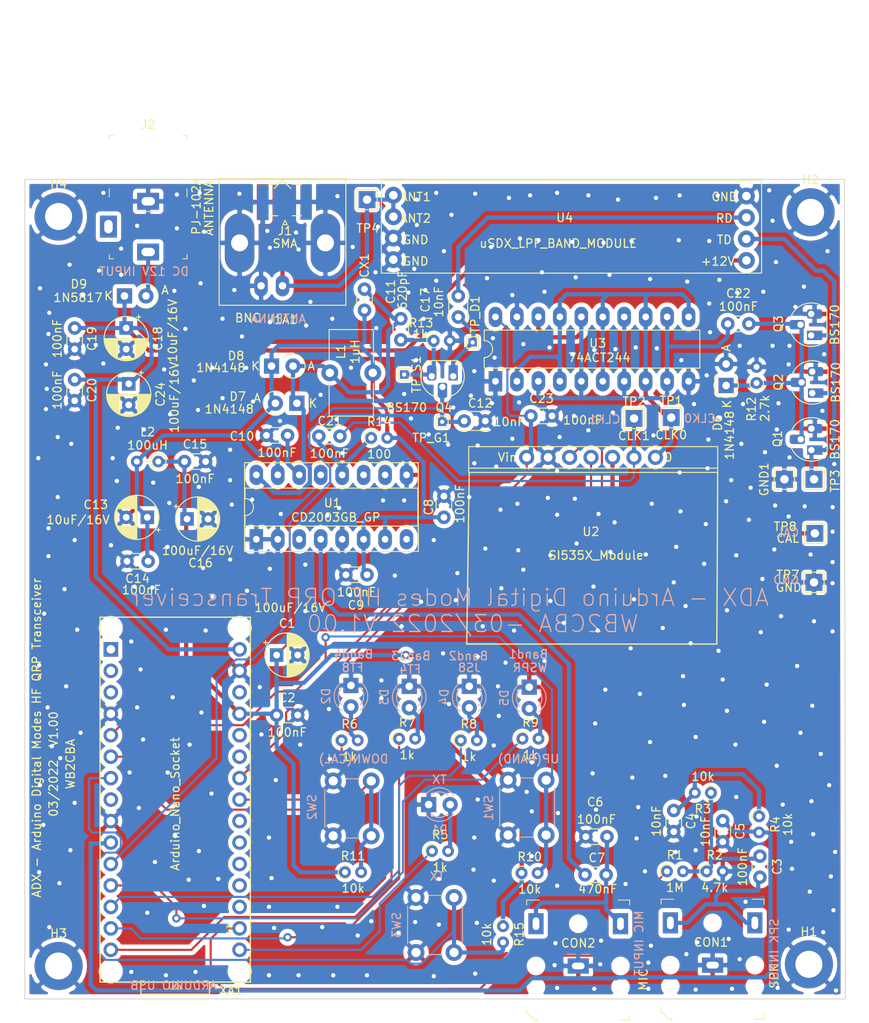
<source format=kicad_pcb>
(kicad_pcb (version 20240108) (generator "pcbnew") (generator_version "8.0")
  (layers (0 "F.Cu" signal) (31 "B.Cu" signal) (34 "B.Paste" user) (35 "F.Paste" user) (36 "B.SilkS" user "B.Silkscreen") (37 "F.SilkS" user "F.Silkscreen") (38 "B.Mask" user) (39 "F.Mask" user) (44 "Edge.Cuts" user))
  (net 0 "")
  (net 1 "GNDPWR")
  (net 2 "+5V")
  (net 3 "Net-(C6-Pad1)")
  (net 4 "FSK")
  (net 5 "RXA")
  (net 6 "Net-(C11-Pad2)")
  (net 7 "Net-(C11-Pad1)")
  (net 8 "+12V")
  (net 9 "RX")
  (net 10 "RXSW")
  (net 11 "RX_OSC")
  (net 12 "Net-(C21-Pad1)")
  (net 13 "Net-(D1-Pad2)")
  (net 14 "Net-(D2-Pad2)")
  (net 15 "Net-(D3-Pad2)")
  (net 16 "Net-(D4-Pad2)")
  (net 17 "Net-(D5-Pad2)")
  (net 18 "Net-(D9-Pad2)")
  (net 19 "Net-(J1-Pad1)")
  (net 20 "Net-(J2-Pad3)")
  (net 21 "TD_IN")
  (net 22 "+3.3V")
  (net 23 "Net-(R5-Pad1)")
  (net 24 "Net-(R6-Pad1)")
  (net 25 "Net-(R7-Pad1)")
  (net 26 "Net-(R8-Pad1)")
  (net 27 "Net-(R9-Pad1)")
  (net 28 "SW1")
  (net 29 "SW2")
  (net 30 "Net-(TP1-Pad1)")
  (net 31 "Net-(TP8-Pad1)")
  (net 32 "Net-(U1-Pad8)")
  (net 33 "Net-(U1-Pad13)")
  (net 34 "Net-(U1-Pad11)")
  (net 35 "Net-(U1-Pad3)")
  (net 36 "Net-(U1-Pad10)")
  (net 37 "SCL")
  (net 38 "SDA")
  (net 39 "Net-(XA1-PadD1)")
  (net 40 "Net-(XA1-PadD0)")
  (net 41 "Net-(XA1-PadRST1)")
  (net 42 "Net-(XA1-PadD5)")
  (net 43 "Net-(XA1-PadAREF)")
  (net 44 "Net-(XA1-PadA0)")
  (net 45 "Net-(XA1-PadA1)")
  (net 46 "Net-(XA1-PadA2)")
  (net 47 "Net-(XA1-PadA3)")
  (net 48 "Net-(XA1-PadA6)")
  (net 49 "Net-(XA1-PadA7)")
  (net 50 "Net-(XA1-PadRST2)")
  (net 51 "SW3")
  (net 52 "Net-(C3-Pad2)")
  (net 53 "Net-(C3-Pad1)")
  (net 54 "Net-(C4-Pad1)")
  (net 55 "Net-(C13-Pad1)")
  (net 56 "Net-(C10-Pad2)")
  (net 57 "Net-(C17-Pad1)")
  (net 58 "Net-(C22-Pad2)")
  (net 59 "Net-(C22-Pad1)")
  (footprint "digikey-footprints:Headphone_Jack_3.5mm_SJ1-3523N" (layer "F.Cu") (at 140.2 101 90)
    (property "Reference" "CON1")
    (property "Value" "SPK")
  )
  (footprint "digikey-footprints:Headphone_Jack_3.5mm_SJ1-3523N" (layer "F.Cu") (at 124.3 101.1 90)
    (property "Reference" "CON2")
    (property "Value" "MIC")
  )
  (footprint "MountingHole:MountingHole_3.2mm_M3_ISO7380_Pad" (layer "F.Cu") (at 151.6 105.9)
    (property "Reference" "H1")
    (property "Value" "MountingHole_Pad")
  )
  (footprint "MountingHole:MountingHole_3.2mm_M3_ISO7380_Pad" (layer "F.Cu") (at 151.8 16.9)
    (property "Reference" "H2")
    (property "Value" "MountingHole_Pad")
  )
  (footprint "MountingHole:MountingHole_3.2mm_M3_ISO7380_Pad" (layer "F.Cu") (at 62.8 106.1)
    (property "Reference" "H3")
    (property "Value" "MountingHole_Pad")
  )
  (footprint "MountingHole:MountingHole_3.2mm_M3_ISO7380_Pad" (layer "F.Cu") (at 62.8 17.4)
    (property "Reference" "H4")
    (property "Value" "MountingHole_Pad")
  )
  (footprint "SMA_EDGE:SMA_Samtec_SMA-J-P-X-ST-EM1_EdgeMount" (layer "F.Cu") (at 89.6 15.6 180)
    (property "Reference" "J1")
    (property "Value" "SMA")
  )
  (footprint "digikey-footprints:Barrel_Jack_5.5mmODx2.1mmID_PJ-102A" (layer "F.Cu") (at 73.4 18.6)
    (property "Reference" "J2")
    (property "Value" "PJ-102A")
  )
  (footprint "Connector_Coaxial:BNC_Amphenol_B6252HB-NPP3G-50_Horizontal" (layer "F.Cu") (at 89.3 25.6)
    (property "Reference" "J1A1")
    (property "Value" "BNC")
  )
  (footprint "Package_TO_SOT_THT:TO-92_HandSolder" (layer "F.Cu") (at 151.9 45.04 90)
    (property "Reference" "Q1")
    (property "Value" "BS170")
  )
  (footprint "Package_TO_SOT_THT:TO-92_HandSolder" (layer "F.Cu") (at 152 38.3 90)
    (property "Reference" "Q2")
    (property "Value" "BS170")
  )
  (footprint "Package_TO_SOT_THT:TO-92_HandSolder" (layer "F.Cu") (at 151.87 31.47 90)
    (property "Reference" "Q3")
    (property "Value" "BS170")
  )
  (footprint "Package_TO_SOT_THT:TO-92L_HandSolder" (layer "F.Cu") (at 109.5 36.3 180)
    (property "Reference" "Q4")
    (property "Value" "BS170")
  )
  (footprint "Package_DIP:DIP-16_W7.62mm_Socket_LongPads" (layer "F.Cu") (at 86.2 55.6 90)
    (property "Reference" "U1")
    (property "Value" "CD2003GB_GP")
  )
  (footprint "VFO_footprint:SI5351 Module_Vertical" (layer "F.Cu") (at 112.1 52)
    (property "Reference" "U2")
    (property "Value" "SI535X_Module")
  )
  (footprint "Package_DIP:DIP-20_W7.62mm_LongPads" (layer "F.Cu") (at 114.5 36.9 90)
    (property "Reference" "U3")
    (property "Value" "74ACT244")
  )
  (footprint "uSDX_LPF_BAND_MODULE:uSDX_LPF_Band_Module" (layer "F.Cu") (at 147 56.1 180)
    (property "Reference" "U4")
    (property "Value" "uSDX_LPF_BAND_MODULE")
  )
  (footprint "Arduino:Arduino_Nano_Socket" (layer "F.Cu") (at 76.6 108)
    (property "Reference" "XA1")
    (property "Value" "Arduino_Nano_Socket")
  )
  (footprint "Capacitor_THT:CP_Radial_D5.0mm_P2.50mm" (layer "F.Cu") (at 88.6 69.3)
    (property "Reference" "C1")
    (property "Value" "100uF/16V")
  )
  (footprint "Capacitor_THT:C_Disc_D3.0mm_W1.6mm_P2.50mm" (layer "F.Cu") (at 88.6 76.4)
    (property "Reference" "C2")
    (property "Value" "100nF")
  )
  (footprint "Capacitor_THT:C_Disc_D3.0mm_W1.6mm_P2.50mm" (layer "F.Cu") (at 145.8 93.1 -90)
    (property "Reference" "C3")
    (property "Value" "100nF")
  )
  (footprint "Capacitor_THT:C_Disc_D3.0mm_W1.6mm_P2.50mm" (layer "F.Cu") (at 135.6 87.7 -90)
    (property "Reference" "C4")
    (property "Value" "10nF")
  )
  (footprint "Capacitor_THT:C_Disc_D3.0mm_W1.6mm_P2.50mm" (layer "F.Cu") (at 141.4 88.9 -90)
    (property "Reference" "C5")
    (property "Value" "10nF")
  )
  (footprint "Capacitor_THT:C_Disc_D3.0mm_W1.6mm_P2.50mm" (layer "F.Cu") (at 127.7 90.8 180)
    (property "Reference" "C6")
    (property "Value" "100nF")
  )
  (footprint "Capacitor_THT:C_Disc_D3.0mm_W1.6mm_P2.50mm" (layer "F.Cu") (at 127.6 95.3 180)
    (property "Reference" "C7")
    (property "Value" "470nF")
  )
  (footprint "Capacitor_THT:C_Disc_D3.0mm_W1.6mm_P2.50mm" (layer "F.Cu") (at 118.7 41)
    (property "Reference" "C23")
    (property "Value" "100nF")
  )
  (footprint "Capacitor_THT:C_Disc_D3.0mm_W1.6mm_P2.50mm" (layer "F.Cu") (at 144.5 30.1 180)
    (property "Reference" "C22")
    (property "Value" "100nF")
  )
  (footprint "Capacitor_THT:CP_Radial_D5.0mm_P2.50mm" (layer "F.Cu") (at 70.8 30.6 -90)
    (property "Reference" "C18")
    (property "Value" "10uF/16V")
  )
  (footprint "Capacitor_THT:C_Disc_D3.0mm_W1.6mm_P2.50mm" (layer "F.Cu") (at 64.7 30.6 -90)
    (property "Reference" "C19")
    (property "Value" "100nF")
  )
  (footprint "Capacitor_THT:C_Disc_D3.0mm_W1.6mm_P2.50mm" (layer "F.Cu") (at 64.7 36.7 -90)
    (property "Reference" "C20")
    (property "Value" "100nF")
  )
  (footprint "Capacitor_THT:CP_Radial_D5.0mm_P2.50mm" (layer "F.Cu") (at 71.1 37.2 -90)
    (property "Reference" "C24")
    (property "Value" "100uF/16V")
  )
  (footprint "Capacitor_THT:C_Disc_D3.0mm_W2.0mm_P2.50mm" (layer "F.Cu") (at 110.1 29.3 90)
    (property "Reference" "C17")
    (property "Value" "10nF")
  )
  (footprint "Capacitor_THT:C_Disc_D3.0mm_W2.0mm_P2.50mm" (layer "F.Cu") (at 110.8 41.6)
    (property "Reference" "C12")
    (property "Value" "10nF")
  )
  (footprint "Capacitor_THT:C_Disc_D3.0mm_W1.6mm_P2.50mm" (layer "F.Cu") (at 103.3 32 90)
    (property "Reference" "C11")
    (property "Value" "620pF")
  )
  (footprint "Capacitor_THT:C_Disc_D3.0mm_W1.6mm_P2.50mm" (layer "F.Cu") (at 87.4 43.3)
    (property "Reference" "C10")
    (property "Value" "100nF")
  )
  (footprint "Capacitor_THT:C_Disc_D3.0mm_W1.6mm_P2.50mm" (layer "F.Cu") (at 108.4 50.5 -90)
    (property "Reference" "C8")
    (property "Value" "100nF")
  )
  (footprint "Capacitor_THT:C_Disc_D3.0mm_W1.6mm_P2.50mm" (layer "F.Cu") (at 93.6 43.4)
    (property "Reference" "C21")
    (property "Value" "100nF")
  )
  (footprint "Capacitor_THT:C_Disc_D3.0mm_W1.6mm_P2.50mm" (layer "F.Cu") (at 96.8 59.8)
    (property "Reference" "C9")
    (property "Value" "100nF")
  )
  (footprint "Capacitor_THT:CP_Radial_D5.0mm_P2.50mm" (layer "F.Cu") (at 73.3 53 180)
    (property "Reference" "C13")
    (property "Value" "10uF/16V")
  )
  (footprint "Capacitor_THT:C_Disc_D3.0mm_W1.6mm_P2.50mm" (layer "F.Cu") (at 73.4 58.2 180)
    (property "Reference" "C14")
    (property "Value" "100nF")
  )
  (footprint "Capacitor_THT:C_Disc_D3.0mm_W1.6mm_P2.50mm" (layer "F.Cu") (at 77.7 46.4)
    (property "Reference" "C15")
    (property "Value" "100nF")
  )
  (footprint "Capacitor_THT:CP_Radial_D5.0mm_P2.50mm" (layer "F.Cu") (at 78 53.2)
    (property "Reference" "C16")
    (property "Value" "100uF/16V")
  )
  (footprint "Capacitor_THT:C_Disc_D3.0mm_W1.6mm_P2.50mm" (layer "F.Cu") (at 99 26 -90)
    (property "Reference" "CX1")
    (property "Value" "  ")
  )
  (footprint "Diode_THT:D_A-405_P2.54mm_Vertical_AnodeUp" (layer "F.Cu") (at 141.8 37.4 90)
    (property "Reference" "D6")
    (property "Value" "1N4148")
  )
  (footprint "Diode_THT:D_A-405_P2.54mm_Vertical_KathodeUp" (layer "F.Cu") (at 91 39.5 180)
    (property "Reference" "D7")
    (property "Value" "1N4148")
  )
  (footprint "Diode_THT:D_A-405_P2.54mm_Vertical_KathodeUp" (layer "F.Cu") (at 88 35.1)
    (property "Reference" "D8")
    (property "Value" "1N4148")
  )
  (footprint "Diode_THT:D_A-405_P2.54mm_Vertical_KathodeUp" (layer "F.Cu") (at 70.6 26.8)
    (property "Reference" "D9")
    (property "Value" "1N5817")
  )
  (footprint "Resistor_THT:R_Axial_DIN0204_L3.6mm_D1.6mm_P2.54mm_Vertical" (layer "F.Cu") (at 74.6 46.4 180)
    (property "Reference" "L2")
    (property "Value" "100uH")
  )
  (footprint "Inductor_THT:L_Toroid_Vertical_L10.0mm_W5.0mm_P5.08mm" (layer "F.Cu") (at 94.9 35.9 90)
    (property "Reference" "L1")
    (property "Value" "1uH")
  )
  (footprint "Resistor_THT:R_Axial_DIN0204_L3.6mm_D1.6mm_P1.90mm_Vertical" (layer "F.Cu") (at 134.8 94.9)
    (property "Reference" "R1")
    (property "Value" "1M")
  )
  (footprint "Resistor_THT:R_Axial_DIN0204_L3.6mm_D1.6mm_P1.90mm_Vertical" (layer "F.Cu") (at 139.5 94.9)
    (property "Reference" "R2")
    (property "Value" "4.7k")
  )
  (footprint "Resistor_THT:R_Axial_DIN0204_L3.6mm_D1.6mm_P1.90mm_Vertical" (layer "F.Cu") (at 140 85.6 180)
    (property "Reference" "R3")
    (property "Value" "10k")
  )
  (footprint "Resistor_THT:R_Axial_DIN0204_L3.6mm_D1.6mm_P1.90mm_Vertical" (layer "F.Cu") (at 145.7 88.4 -90)
    (property "Reference" "R4")
    (property "Value" "10k")
  )
  (footprint "Resistor_THT:R_Axial_DIN0204_L3.6mm_D1.6mm_P1.90mm_Vertical" (layer "F.Cu") (at 107 92.5)
    (property "Reference" "R5")
    (property "Value" "1k")
  )
  (footprint "Resistor_THT:R_Axial_DIN0204_L3.6mm_D1.6mm_P1.90mm_Vertical" (layer "F.Cu") (at 96.3 79.4)
    (property "Reference" "R6")
    (property "Value" "1k")
  )
  (footprint "Resistor_THT:R_Axial_DIN0204_L3.6mm_D1.6mm_P1.90mm_Vertical" (layer "F.Cu") (at 103.1 79.2)
    (property "Reference" "R7")
    (property "Value" "1k")
  )
  (footprint "Resistor_THT:R_Axial_DIN0204_L3.6mm_D1.6mm_P1.90mm_Vertical" (layer "F.Cu") (at 110.4 79.4)
    (property "Reference" "R8")
    (property "Value" "1k")
  )
  (footprint "Resistor_THT:R_Axial_DIN0204_L3.6mm_D1.6mm_P1.90mm_Vertical" (layer "F.Cu") (at 117.7 79.2)
    (property "Reference" "R9")
    (property "Value" "1k")
  )
  (footprint "Resistor_THT:R_Axial_DIN0204_L3.6mm_D1.6mm_P1.90mm_Vertical" (layer "F.Cu") (at 117.6 95.1)
    (property "Reference" "R10")
    (property "Value" "10k")
  )
  (footprint "Resistor_THT:R_Axial_DIN0204_L3.6mm_D1.6mm_P1.90mm_Vertical" (layer "F.Cu") (at 96.7 95)
    (property "Reference" "R11")
    (property "Value" "10k")
  )
  (footprint "Resistor_THT:R_Axial_DIN0204_L3.6mm_D1.6mm_P1.90mm_Vertical" (layer "F.Cu") (at 145.4 37.1 90)
    (property "Reference" "R12")
    (property "Value" "2.7k")
  )
  (footprint "Resistor_THT:R_Axial_DIN0204_L3.6mm_D1.6mm_P1.90mm_Vertical" (layer "F.Cu") (at 107.2 32.1)
    (property "Reference" "R13")
    (property "Value" "1k")
  )
  (footprint "Resistor_THT:R_Axial_DIN0204_L3.6mm_D1.6mm_P1.90mm_Vertical" (layer "F.Cu") (at 99.8 43.6)
    (property "Reference" "R14")
    (property "Value" "100")
  )
  (footprint "TestPoint:TestPoint_THTPad_2.0x2.0mm_Drill1.0mm" (layer "F.Cu") (at 135.3 41.2)
    (property "Reference" "TP1")
    (property "Value" "CLK0")
  )
  (footprint "TestPoint:TestPoint_THTPad_2.0x2.0mm_Drill1.0mm" (layer "F.Cu") (at 130.9 41.3)
    (property "Reference" "TP2")
    (property "Value" "CLK1")
  )
  (footprint "TestPoint:TestPoint_THTPad_2.0x2.0mm_Drill1.0mm" (layer "F.Cu") (at 152.2 48.5)
    (property "Reference" "TP3")
    (property "Value" "TestPoint")
  )
  (footprint "TestPoint:TestPoint_THTPad_2.0x2.0mm_Drill1.0mm" (layer "F.Cu") (at 99.3 15.4)
    (property "Reference" "TP4")
    (property "Value" "TestPoint")
  )
  (footprint "TestPoint:TestPoint_THTPad_2.0x2.0mm_Drill1.0mm" (layer "F.Cu") (at 152.2 60.7)
    (property "Reference" "TP7")
    (property "Value" "GND")
  )
  (footprint "TestPoint:TestPoint_THTPad_2.0x2.0mm_Drill1.0mm" (layer "F.Cu") (at 152.3 54.9)
    (property "Reference" "TP8")
    (property "Value" "CAL")
  )
  (footprint "TestPoint:TestPoint_THTPad_1.0x1.0mm_Drill0.5mm" (layer "F.Cu") (at 111.8 32.3 90)
    (property "Reference" "TP_D1")
    (property "Value" " ")
  )
  (footprint "TestPoint:TestPoint_THTPad_1.0x1.0mm_Drill0.5mm" (layer "F.Cu") (at 108.2 41.7 180)
    (property "Reference" "TP_G1")
    (property "Value" " ")
  )
  (footprint "TestPoint:TestPoint_THTPad_1.0x1.0mm_Drill0.5mm" (layer "F.Cu") (at 103.7 36.1 -90)
    (property "Reference" "TP_S1")
    (property "Value" " ")
  )
  (footprint "Resistor_THT:R_Axial_DIN0204_L3.6mm_D1.6mm_P1.90mm_Vertical" (layer "F.Cu") (at 115.4 101.4 -90)
    (property "Reference" "R15")
    (property "Value" "10k")
  )
  (footprint "TestPoint:TestPoint_THTPad_2.0x2.0mm_Drill1.0mm" (layer "F.Cu") (at 148.7 48.5)
    (property "Reference" "GND1")
    (property "Value" " ")
  )
  (footprint "LED_THT:LED_D3.0mm" (layer "B.Cu") (at 106.6 87)
    (property "Reference" "D1")
    (property "Value" "TX")
  )
  (footprint "LED_THT:LED_D3.0mm" (layer "B.Cu") (at 97.4 72.9 -90)
    (property "Reference" "D2")
    (property "Value" "FT8")
  )
  (footprint "LED_THT:LED_D3.0mm" (layer "B.Cu") (at 104.3 73 -90)
    (property "Reference" "D3")
    (property "Value" "FT4")
  )
  (footprint "LED_THT:LED_D3.0mm" (layer "B.Cu") (at 111.4 73 -90)
    (property "Reference" "D4")
    (property "Value" "JS8")
  )
  (footprint "LED_THT:LED_D3.0mm" (layer "B.Cu") (at 118.5 73.1 -90)
    (property "Reference" "D5")
    (property "Value" "WSPR")
  )
  (footprint "Button_Switch_THT:SW_PUSH_6mm" (layer "B.Cu") (at 116 84.1 -90)
    (property "Reference" "SW1")
    (property "Value" "UP(BAND)")
  )
  (footprint "Button_Switch_THT:SW_PUSH_6mm" (layer "B.Cu") (at 95.3 84.2 -90)
    (property "Reference" "SW2")
    (property "Value" "DOWN(CAL)")
  )
  (footprint "Button_Switch_THT:SW_PUSH_6mm" (layer "B.Cu") (at 105.1 98 -90)
    (property "Reference" "SW3")
    (property "Value" "TX")
  )
  (gr_line (start 111.4 47.7) (end 111.1 68) (stroke (width 0.15)) (layer "F.SilkS"))
  (gr_line (start 111.1 68) (end 140.7 68) (stroke (width 0.15)) (layer "F.SilkS"))
  (gr_line (start 140.7 68) (end 140.802 47.682) (stroke (width 0.15)) (layer "F.SilkS"))
  (gr_line (start 58.8 13) (end 58.8 110) (stroke (width 0.1)) (layer "Edge.Cuts"))
  (gr_line (start 58.8 110) (end 155.9 110) (stroke (width 0.1)) (layer "Edge.Cuts"))
  (gr_line (start 155.8 13) (end 58.8 13) (stroke (width 0.1)) (layer "Edge.Cuts"))
  (gr_line (start 155.9 110) (end 155.8 13) (stroke (width 0.1)) (layer "Edge.Cuts"))
  (gr_text "GND" (at 148.9 60.4 0) (layer "B.SilkS") (effects (font (size 1 1)) (justify mirror)))
  (gr_text "DC 12V INPUT" (at 72.9 23.9 0) (layer "B.SilkS") (effects (font (size 1 1)) (justify mirror)))
  (gr_text "Band1" (at 118.4 69.2 0) (layer "B.SilkS") (effects (font (size 1 1)) (justify mirror)))
  (gr_text "Band3" (at 104.5 69.4 0) (layer "B.SilkS") (effects (font (size 1 1)) (justify mirror)))
  (gr_text "ANTENNA" (at 88.8 29.5 0) (layer "B.SilkS") (effects (font (size 1 1)) (justify mirror)))
  (gr_text "ADX - Arduino Digital Modes HF QRP Transceiver" (at 109.1 62.5 0) (layer "B.SilkS") (effects (font (size 2 2)) (justify mirror)))
  (gr_text "WB2CBA -03/2022 V1.00" (at 111.8 65.6 0) (layer "B.SilkS") (effects (font (size 2 2)) (justify mirror)))
  (gr_text "CAL" (at 149.1 54.8 0) (layer "B.SilkS") (effects (font (size 1 1)) (justify mirror)))
  (gr_text "MIC INPUT" (at 131.5 103.4 90) (layer "B.SilkS") (effects (font (size 1 1)) (justify mirror)))
  (gr_text "CLK1" (at 127.4 41.4 0) (layer "B.SilkS") (effects (font (size 1 1)) (justify mirror)))
  (gr_text "SPK INPUT" (at 147.5 104.5 90) (layer "B.SilkS") (effects (font (size 1 1)) (justify mirror)))
  (gr_text "Band2" (at 111.3 69.4 0) (layer "B.SilkS") (effects (font (size 1 1)) (justify mirror)))
  (gr_text "CLK0" (at 138.7 41.3 0) (layer "B.SilkS") (effects (font (size 1 1)) (justify mirror)))
  (gr_text "ARDUINO USB" (at 76.4 108.4 0) (layer "B.SilkS") (effects (font (size 1 1)) (justify mirror)))
  (gr_text "Band4" (at 97.7 69.2 0) (layer "B.SilkS") (effects (font (size 1 1)) (justify mirror)))
  (gr_text "K" (at 141.9 39.6 90) (layer "F.SilkS") (effects (font (size 1 1))))
  (gr_text "A" (at 86.3 38.9 0) (layer "F.SilkS") (effects (font (size 1 1))))
  (gr_text "A" (at 92.7 35.1 0) (layer "F.SilkS") (effects (font (size 1 1))))
  (gr_text "ADX - Arduino Digital Modes HF QRP Transceiver" (at 60.2 79.1 90) (layer "F.SilkS") (effects (font (size 1 1))))
  (gr_text "A" (at 75.4 26.1 0) (layer "F.SilkS") (effects (font (size 1 1))))
  (gr_text "WB2CBA" (at 64.2 82.2 90) (layer "F.SilkS") (effects (font (size 1 1))))
  (gr_text "03/2022  V1.00" (at 62.2 82.2 90) (layer "F.SilkS") (effects (font (size 1 1))))
  (gr_text "ANTENNA" (at 80.6 16.4 90) (layer "F.SilkS") (effects (font (size 1 1))))
  (via (at 144.7 49.5) (size 1) (drill 0.5) (layers "F.Cu" "B.Cu") (net 1))
  (via (at 108.4 21.5) (size 1) (drill 0.5) (layers "F.Cu" "B.Cu") (net 1))
  (via (at 107.8 101.2) (size 1) (drill 0.5) (layers "F.Cu" "B.Cu") (net 1))
  (via (at 70.2 21.2) (size 1) (drill 0.5) (layers "F.Cu" "B.Cu") (net 1))
  (via (at 112 35.7) (size 1) (drill 0.5) (layers "F.Cu" "B.Cu") (net 1))
  (via (at 72.8 79.3) (size 1) (drill 0.5) (layers "F.Cu" "B.Cu") (net 1))
  (via (at 146.9 14.3) (size 1) (drill 0.5) (layers "F.Cu" "B.Cu") (net 1))
  (via (at 126.9 105.9) (size 1) (drill 0.5) (layers "F.Cu" "B.Cu") (net 1))
  (via (at 147.8 42.6) (size 1) (drill 0.5) (layers "F.Cu" "B.Cu") (net 1))
  (via (at 64.1 23.1) (size 1) (drill 0.5) (layers "F.Cu" "B.Cu") (net 1))
  (via (at 136.2 20.2) (size 1) (drill 0.5) (layers "F.Cu" "B.Cu") (net 1))
  (via (at 100.6 18.6) (size 1) (drill 0.5) (layers "F.Cu" "B.Cu") (net 1))
  (via (at 60.6 25.9) (size 1) (drill 0.5) (layers "F.Cu" "B.Cu") (net 1))
  (via (at 127.5 73.4) (size 1) (drill 0.5) (layers "F.Cu" "B.Cu") (net 1))
  (via (at 83.3 51.5) (size 1) (drill 0.5) (layers "F.Cu" "B.Cu") (net 1))
  (via (at 82.2 38.9) (size 1) (drill 0.5) (layers "F.Cu" "B.Cu") (net 1))
  (via (at 149.6 94.6) (size 1) (drill 0.5) (layers "F.Cu" "B.Cu") (net 1))
  (via (at 117.3 39.4) (size 1) (drill 0.5) (layers "F.Cu" "B.Cu") (net 1))
  (via (at 112 90.9) (size 1) (drill 0.5) (layers "F.Cu" "B.Cu") (net 1))
  (via (at 151.9 86.6) (size 1) (drill 0.5) (layers "F.Cu" "B.Cu") (net 1))
  (via (at 71.8 61.2) (size 1) (drill 0.5) (layers "F.Cu" "B.Cu") (net 1))
  (via (at 139.6 47.2) (size 1) (drill 0.5) (layers "F.Cu" "B.Cu") (net 1))
  (via (at 106.2 26.1) (size 1) (drill 0.5) (layers "F.Cu" "B.Cu") (net 1))
  (via (at 143.8 39.6) (size 1) (drill 0.5) (layers "F.Cu" "B.Cu") (net 1))
  (via (at 103 102.2) (size 1) (drill 0.5) (layers "F.Cu" "B.Cu") (net 1))
  (via (at 152 75.3) (size 1) (drill 0.5) (layers "F.Cu" "B.Cu") (net 1))
  (via (at 101 74.4) (size 1) (drill 0.5) (layers "F.Cu" "B.Cu") (net 1))
  (via (at 67.2 32.6) (size 1) (drill 0.5) (layers "F.Cu" "B.Cu") (net 1))
  (via (at 121.8 96.6) (size 1) (drill 0.5) (layers "F.Cu" "B.Cu") (net 1))
  (via (at 124.1 56.1) (size 1) (drill 0.5) (layers "F.Cu" "B.Cu") (net 1))
  (via (at 153.3 102.1) (size 1) (drill 0.5) (layers "F.Cu" "B.Cu") (net 1))
  (via (at 120.3 70) (size 1) (drill 0.5) (layers "F.Cu" "B.Cu") (net 1))
  (via (at 136.3 14.9) (size 1) (drill 0.5) (layers "F.Cu" "B.Cu") (net 1))
  (via (at 107.5 14.6) (size 1) (drill 0.5) (layers "F.Cu" "B.Cu") (net 1))
  (via (at 142.9 79.9) (size 1) (drill 0.5) (layers "F.Cu" "B.Cu") (net 1))
  (via (at 75.5 66.3) (size 1) (drill 0.5) (layers "F.Cu" "B.Cu") (net 1))
  (via (at 97.6 21) (size 1) (drill 0.5) (layers "F.Cu" "B.Cu") (net 1))
  (via (at 139.8 27.7) (size 1) (drill 0.5) (layers "F.Cu" "B.Cu") (net 1))
  (via (at 94.6 52.8) (size 1) (drill 0.5) (layers "F.Cu" "B.Cu") (net 1))
  (via (at 95.2 29.5) (size 1) (drill 0.5) (layers "F.Cu" "B.Cu") (net 1))
  (via (at 88 95.7) (size 1) (drill 0.5) (layers "F.Cu" "B.Cu") (net 1))
  (via (at 143.4 32.7) (size 1) (drill 0.5) (layers "F.Cu" "B.Cu") (net 1))
  (via (at 75.7 83.2) (size 1) (drill 0.5) (layers "F.Cu" "B.Cu") (net 1))
  (via (at 109.8 62.8) (size 1) (drill 0.5) (layers "F.Cu" "B.Cu") (net 1))
  (via (at 130.9 62.7) (size 1) (drill 0.5) (layers "F.Cu" "B.Cu") (net 1))
  (via (at 123.6 20.4) (size 1) (drill 0.5) (layers "F.Cu" "B.Cu") (net 1))
  (via (at 134.6 83.6) (size 1) (drill 0.5) (layers "F.Cu" "B.Cu") (net 1))
  (via (at 86.8 78.7) (size 1) (drill 0.5) (layers "F.Cu" "B.Cu") (net 1))
  (via (at 101.2 51) (size 1) (drill 0.5) (layers "F.Cu" "B.Cu") (net 1))
  (via (at 61.1 64.4) (size 1) (drill 0.5) (layers "F.Cu" "B.Cu") (net 1))
  (via (at 85 35.3) (size 1) (drill 0.5) (layers "F.Cu" "B.Cu") (net 1))
  (via (at 88.5 84.1) (size 1) (drill 0.5) (layers "F.Cu" "B.Cu") (net 1))
  (via (at 64.2 92.4) (size 1) (drill 0.5) (layers "F.Cu" "B.Cu") (net 1))
  (via (at 149.3 45.9) (size 1) (drill 0.5) (layers "F.Cu" "B.Cu") (net 1))
  (via (at 94.9 81.6) (size 1) (drill 0.5) (layers "F.Cu" "B.Cu") (net 1))
  (via (at 146.6 72.8) (size 1) (drill 0.5) (layers "F.Cu" "B.Cu") (net 1))
  (via (at 152.1 90.5) (size 1) (drill 0.5) (layers "F.Cu" "B.Cu") (net 1))
  (via (at 87.7 99.1) (size 1) (drill 0.5) (layers "F.Cu" "B.Cu") (net 1))
  (via (at 139.9 31.1) (size 1) (drill 0.5) (layers "F.Cu" "B.Cu") (net 1))
  (via (at 132.6 108.8) (size 1) (drill 0.5) (layers "F.Cu" "B.Cu") (net 1))
  (via (at 101 72.3) (size 1) (drill 0.5) (layers "F.Cu" "B.Cu") (net 1))
  (via (at 132.8 79.6) (size 1) (drill 0.5) (layers "F.Cu" "B.Cu") (net 1))
  (via (at 154.2 95.5) (size 1) (drill 0.5) (layers "F.Cu" "B.Cu") (net 1))
  (via (at 95.7 41.4) (size 1) (drill 0.5) (layers "F.Cu" "B.Cu") (net 1))
  (via (at 114.6 47) (size 1) (drill 0.5) (layers "F.Cu" "B.Cu") (net 1))
  (via (at 136.3 47.7) (size 1) (drill 0.5) (layers "F.Cu" "B.Cu") (net 1))
  (via (at 62.7 50.6) (size 1) (drill 0.5) (layers "F.Cu" "B.Cu") (net 1))
  (via (at 152.2 65.3) (size 1) (drill 0.5) (layers "F.Cu" "B.Cu") (net 1))
  (via (at 71.2 83.2) (size 1) (drill 0.5) (layers "F.Cu" "B.Cu") (net 1))
  (via (at 76.8 14.8) (size 1) (drill 0.5) (layers "F.Cu" "B.Cu") (net 1))
  (via (at 64.7 55.7) (size 1) (drill 0.5) (layers "F.Cu" "B.Cu") (net 1))
  (via (at 87.8 29.9) (size 1) (drill 0.5) (layers "F.Cu" "B.Cu") (net 1))
  (via (at 141.8 51.1) (size 1) (drill 0.5) (layers "F.Cu" "B.Cu") (net 1))
  (via (at 126.1 61.2) (size 1) (drill 0.5) (layers "F.Cu" "B.Cu") (net 1))
  (via (at 81 62.4) (size 1) (drill 0.5) (layers "F.Cu" "B.Cu") (net 1))
  (via (at 149.2 101.8) (size 1) (drill 0.5) (layers "F.Cu" "B.Cu") (net 1))
  (via (at 144.1 98.5) (size 1) (drill 0.5) (layers "F.Cu" "B.Cu") (net 1))
  (via (at 98.2 102.5) (size 1) (drill 0.5) (layers "F.Cu" "B.Cu") (net 1))
  (via (at 78.8 36.8) (size 1) (drill 0.5) (layers "F.Cu" "B.Cu") (net 1))
  (via (at 140.9 68.8) (size 1) (drill 0.5) (layers "F.Cu" "B.Cu") (net 1))
  (via (at 126.2 108.8) (size 1) (drill 0.5) (layers "F.Cu" "B.Cu") (net 1))
  (via (at 63.7 73) (size 1) (drill 0.5) (layers "F.Cu" "B.Cu") (net 1))
  (via (at 75.9 51.3) (size 1) (drill 0.5) (layers "F.Cu" "B.Cu") (net 1))
  (via (at 85.7 50.9) (size 1) (drill 0.5) (layers "F.Cu" "B.Cu") (net 1))
  (via (at 92 64.1) (size 1) (drill 0.5) (layers "F.Cu" "B.Cu") (net 1))
  (via (at 120 24) (size 1) (drill 0.5) (layers "F.Cu" "B.Cu") (net 1))
  (via (at 96.4 45.4) (size 1) (drill 0.5) (layers "F.Cu" "B.Cu") (net 1))
  (via (at 132.3 57.4) (size 1) (drill 0.5) (layers "F.Cu" "B.Cu") (net 1))
  (via (at 132.6 105.7) (size 1) (drill 0.5) (layers "F.Cu" "B.Cu") (net 1))
  (via (at 112 46.6) (size 1) (drill 0.5) (layers "F.Cu" "B.Cu") (net 1))
  (via (at 121.8 52.7) (size 1) (drill 0.5) (layers "F.Cu" "B.Cu") (net 1))
  (via (at 147.7 22.8) (size 1) (drill 0.5) (layers "F.Cu" "B.Cu") (net 1))
  (via (at 131.6 73.9) (size 1) (drill 0.5) (layers "F.Cu" "B.Cu") (net 1))
  (via (at 125.5 14.9) (size 1) (drill 0.5) (layers "F.Cu" "B.Cu") (net 1))
  (via (at 107.2 55.7) (size 1) (drill 0.5) (layers "F.Cu" "B.Cu") (net 1))
  (via (at 133 51.4) (size 1) (drill 0.5) (layers "F.Cu" "B.Cu") (net 1))
  (via (at 129 15.4) (size 1) (drill 0.5) (layers "F.Cu" "B.Cu") (net 1))
  (via (at 114.4 34.1) (size 1) (drill 0.5) (layers "F.Cu" "B.Cu") (net 1))
  (via (at 96 51.9) (size 1) (drill 0.5) (layers "F.Cu" "B.Cu") (net 1))
  (via (at 112.4 44.5) (size 1) (drill 0.5) (layers "F.Cu" "B.Cu") (net 1))
  (via (at 145.9 66.6) (size 1) (drill 0.5) (layers "F.Cu" "B.Cu") (net 1))
  (via (at 106 29.5) (size 1) (drill 0.5) (layers "F.Cu" "B.Cu") (net 1))
  (via (at 122.1 43.5) (size 1) (drill 0.5) (layers "F.Cu" "B.Cu") (net 1))
  (via (at 112.3 101) (size 1) (drill 0.5) (layers "F.Cu" "B.Cu") (net 1))
  (via (at 142.4 48.6) (size 1) (drill 0.5) (layers "F.Cu" "B.Cu") (net 1))
  (via (at 120.3 26.3) (size 1) (drill 0.5) (layers "F.Cu" "B.Cu") (net 1))
  (via (at 126.6 66.4) (size 1) (drill 0.5) (layers "F.Cu" "B.Cu") (net 1))
  (via (at 92.6 27.5) (size 1) (drill 0.5) (layers "F.Cu" "B.Cu") (net 1))
  (via (at 104.9 23.6) (size 1) (drill 0.5) (layers "F.Cu" "B.Cu") (net 1))
  (via (at 105.1 34.4) (size 1) (drill 0.5) (layers "F.Cu" "B.Cu") (net 1))
  (via (at 117.8 32.5) (size 1) (drill 0.5) (layers "F.Cu" "B.Cu") (net 1))
  (via (at 113.5 24.7) (size 1) (drill 0.5) (layers "F.Cu" "B.Cu") (net 1))
  (via (at 154.4 58.3) (size 1) (drill 0.5) (layers "F.Cu" "B.Cu") (net 1))
  (via (at 128.7 33.1) (size 1) (drill 0.5) (layers "F.Cu" "B.Cu") (net 1))
  (via (at 112.1 14.7) (size 1) (drill 0.5) (layers "F.Cu" "B.Cu") (net 1))
  (via (at 73.9 61.3) (size 1) (drill 0.5) (layers "F.Cu" "B.Cu") (net 1))
  (via (at 79.4 49.4) (size 1) (drill 0.5) (layers "F.Cu" "B.Cu") (net 1))
  (via (at 147.6 51.6) (size 1) (drill 0.5) (layers "F.Cu" "B.Cu") (net 1))
  (via (at 123.8 41) (size 1) (drill 0.5) (layers "F.Cu" "B.Cu") (net 1))
  (via (at 132.2 94.9) (size 1) (drill 0.5) (layers "F.Cu" "B.Cu") (net 1))
  (via (at 75.3 35.5) (size 1) (drill 0.5) (layers "F.Cu" "B.Cu") (net 1))
  (via (at 146.2 26.3) (size 1) (drill 0.5) (layers "F.Cu" "B.Cu") (net 1))
  (via (at 133.6 33) (size 1) (drill 0.5) (layers "F.Cu" "B.Cu") (net 1))
  (via (at 130.6 20.3) (size 1) (drill 0.5) (layers "F.Cu" "B.Cu") (net 1))
  (via (at 107.8 95.8) (size 1) (drill 0.5) (layers "F.Cu" "B.Cu") (net 1))
  (via (at 126.2 33.2) (size 1) (drill 0.5) (layers "F.Cu" "B.Cu") (net 1))
  (via (at 105.7 63) (size 1) (drill 0.5) (layers "F.Cu" "B.Cu") (net 1))
  (via (at 92 58.6) (size 1) (drill 0.5) (layers "F.Cu" "B.Cu") (net 1))
  (via (at 87.5 19.1) (size 1) (drill 0.5) (layers "F.Cu" "B.Cu") (net 1))
  (via (at 74.2 93.8) (size 1) (drill 0.5) (layers "F.Cu" "B.Cu") (net 1))
  (via (at 133.2 43.3) (size 1) (drill 0.5) (layers "F.Cu" "B.Cu") (net 1))
  (via (at 147.3 17.9) (size 1) (drill 0.5) (layers "F.Cu" "B.Cu") (net 1))
  (via (at 80.9 85.7) (size 1) (drill 0.5) (layers "F.Cu" "B.Cu") (net 1))
  (via (at 121 57.5) (size 1) (drill 0.5) (layers "F.Cu" "B.Cu") (net 1))
  (via (at 105.2 15.4) (size 1) (drill 0.5) (layers "F.Cu" "B.Cu") (net 1))
  (via (at 150.6 78.5) (size 1) (drill 0.5) (layers "F.Cu" "B.Cu") (net 1))
  (via (at 142.1 102.9) (size 1) (drill 0.5) (layers "F.Cu" "B.Cu") (net 1))
  (via (at 132.8 24.8) (size 1) (drill 0.5) (layers "F.Cu" "B.Cu") (net 1))
  (via (at 67.6 23.8) (size 1) (drill 0.5) (layers "F.Cu" "B.Cu") (net 1))
  (via (at 87.8 59.1) (size 1) (drill 0.5) (layers "F.Cu" "B.Cu") (net 1))
  (via (at 79.7 76.1) (size 1) (drill 0.5) (layers "F.Cu" "B.Cu") (net 1))
  (via (at 126 83.3) (size 1) (drill 0.5) (layers "F.Cu" "B.Cu") (net 1))
  (via (at 61.3 34.9) (size 1) (drill 0.5) (layers "F.Cu" "B.Cu") (net 1))
  (via (at 72.5 71) (size 1) (drill 0.5) (layers "F.Cu" "B.Cu") (net 1))
  (via (at 151.8 57.4) (size 1) (drill 0.5) (layers "F.Cu" "B.Cu") (net 1))
  (via (at 121.9 88) (size 1) (drill 0.5) (layers "F.Cu" "B.Cu") (net 1))
  (via (at 91.4 79.9) (size 1) (drill 0.5) (layers "F.Cu" "B.Cu") (net 1))
  (via (at 131.1 32.9) (size 1) (drill 0.5) (layers "F.Cu" "B.Cu") (net 1))
  (via (at 149.5 91.4) (size 1) (drill 0.5) (layers "F.Cu" "B.Cu") (net 1))
  (via (at 107.5 25) (size 1) (drill 0.5) (layers "F.Cu" "B.Cu") (net 1))
  (via (at 128 24.3) (size 1) (drill 0.5) (layers "F.Cu" "B.Cu") (net 1))
  (via (at 148.3 64.7) (size 1) (drill 0.5) (layers "F.Cu" "B.Cu") (net 1))
  (via (at 139.8 20.3) (size 1) (drill 0.5) (layers "F.Cu" "B.Cu") (net 1))
  (via (at 121.8 14.6) (size 1) (drill 0.5) (layers "F.Cu" "B.Cu") (net 1))
  (via (at 143 86.1) (size 1) (drill 0.5) (layers "F.Cu" "B.Cu") (net 1))
  (via (at 83.1 48.6) (size 1) (drill 0.5) (layers "F.Cu" "B.Cu") (net 1))
  (via (at 78.2 95.9) (size 1) (drill 0.5) (layers "F.Cu" "B.Cu") (net 1))
  (via (at 126.3 77.4) (size 1) (drill 0.5) (layers "F.Cu" "B.Cu") (net 1))
  (via (at 138.2 79) (size 1) (drill 0.5) (layers "F.Cu" "B.Cu") (net 1))
  (via (at 89 41.6) (size 1) (drill 0.5) (layers "F.Cu" "B.Cu") (net 1))
  (via (at 85.8 39.3) (size 1) (drill 0.5) (layers "F.Cu" "B.Cu") (net 1))
  (via (at 71.4 67.7) (size 1) (drill 0.5) (layers "F.Cu" "B.Cu") (net 1))
  (via (at 147.8 82.4) (size 1) (drill 0.5) (layers "F.Cu" "B.Cu") (net 1))
  (via (at 147.5 56.8) (size 1) (drill 0.5) (layers "F.Cu" "B.Cu") (net 1))
  (via (at 61.3 40.2) (size 1) (drill 0.5) (layers "F.Cu" "B.Cu") (net 1))
  (via (at 65 66.3) (size 1) (drill 0.5) (layers "F.Cu" "B.Cu") (net 1))
  (via (at 83.6 26.1) (size 1) (drill 0.5) (layers "F.Cu" "B.Cu") (net 1))
  (via (at 103.7 51) (size 1) (drill 0.5) (layers "F.Cu" "B.Cu") (net 1))
  (via (at 114.1 39.5) (size 1) (drill 0.5) (layers "F.Cu" "B.Cu") (net 1))
  (via (at 139.2 58.5) (size 1) (drill 0.5) (layers "F.Cu" "B.Cu") (net 1))
  (via (at 121.6 103.4) (size 1) (drill 0.5) (layers "F.Cu" "B.Cu") (net 1))
  (via (at 118.8 87.8) (size 1) (drill 0.5) (layers "F.Cu" "B.Cu") (net 1))
  (via (at 141.9 64) (size 1) (drill 0.5) (layers "F.Cu" "B.Cu") (net 1))
  (via (at 76.5 26.2) (size 1) (drill 0.5) (layers "F.Cu" "B.Cu") (net 1))
  (via (at 71.4 106.8) (size 1) (drill 0.5) (layers "F.Cu" "B.Cu") (net 1))
  (via (at 76.6 90.7) (size 1) (drill 0.5) (layers "F.Cu" "B.Cu") (net 1))
  (via (at 102.6 59.9) (size 1) (drill 0.5) (layers "F.Cu" "B.Cu") (net 1))
  (via (at 61.7 101.5) (size 1) (drill 0.5) (layers "F.Cu" "B.Cu") (net 1))
  (via (at 64.7 86.8) (size 1) (drill 0.5) (layers "F.Cu" "B.Cu") (net 1))
  (via (at 108.3 69.1) (size 1) (drill 0.5) (layers "F.Cu" "B.Cu") (net 1))
  (via (at 111.9 94.7) (size 1) (drill 0.5) (layers "F.Cu" "B.Cu") (net 1))
  (via (at 85.1 61.7) (size 1) (drill 0.5) (layers "F.Cu" "B.Cu") (net 1))
  (via (at 79.5 14.6) (size 1) (drill 0.5) (layers "F.Cu" "B.Cu") (net 1))
  (via (at 130.7 83.8) (size 1) (drill 0.5) (layers "F.Cu" "B.Cu") (net 1))
  (via (at 94 101.5) (size 1) (drill 0.5) (layers "F.Cu" "B.Cu") (net 1))
  (via (at 128.6 53.6) (size 1) (drill 0.5) (layers "F.Cu" "B.Cu") (net 1))
  (via (at 79.9 59) (size 1) (drill 0.5) (layers "F.Cu" "B.Cu") (net 1))
  (via (at 62.9 96.3) (size 1) (drill 0.5) (layers "F.Cu" "B.Cu") (net 1))
  (via (at 105.2 18.4) (size 1) (drill 0.5) (layers "F.Cu" "B.Cu") (net 1))
  (via (at 139.4 53.8) (size 1) (drill 0.5) (layers "F.Cu" "B.Cu") (net 1))
  (via (at 104.5 41.3) (size 1) (drill 0.5) (layers "F.Cu" "B.Cu") (net 1))
  (via (at 81.7 95.8) (size 1) (drill 0.5) (layers "F.Cu" "B.Cu") (net 1))
  (via (at 144.5 53.3) (size 1) (drill 0.5) (layers "F.Cu" "B.Cu") (net 1))
  (via (at 138.2 108.9) (size 1) (drill 0.5) (layers "F.Cu" "B.Cu") (net 1))
  (via (at 61.5 75.5) (size 1) (drill 0.5) (layers "F.Cu" "B.Cu") (net 1))
  (via (at 95.8 99.1) (size 1) (drill 0.5) (layers "F.Cu" "B.Cu") (net 1))
  (via (at 61.6 54.3) (size 1) (drill 0.5) (layers "F.Cu" "B.Cu") (net 1))
  (via (at 114 21) (size 1) (drill 0.5) (layers "F.Cu" "B.Cu") (net 1))
  (via (at 75.5 107.2) (size 1) (drill 0.5) (layers "F.Cu" "B.Cu") (net 1))
  (via (at 154.6 46.7) (size 1) (drill 0.5) (layers "F.Cu" "B.Cu") (net 1))
  (via (at 84.5 31.6) (size 1) (drill 0.5) (layers "F.Cu" "B.Cu") (net 1))
  (via (at 130.5 68.5) (size 1) (drill 0.5) (layers "F.Cu" "B.Cu") (net 1))
  (via (at 104.2 26.4) (size 1) (drill 0.5) (layers "F.Cu" "B.Cu") (net 1))
  (via (at 100.4 30.6) (size 1) (drill 0.5) (layers "F.Cu" "B.Cu") (net 1))
  (via (at 143.4 105.3) (size 1) (drill 0.5) (layers "F.Cu" "B.Cu") (net 1))
  (via (at 153 81) (size 1) (drill 0.5) (layers "F.Cu" "B.Cu") (net 1))
  (via (at 132.9 103.7) (size 1) (drill 0.5) (layers "F.Cu" "B.Cu") (net 1))
  (via (at 126.7 52.6) (size 1) (drill 0.5) (layers "F.Cu" "B.Cu") (net 1))
  (via (at 62.7 43.5) (size 1) (drill 0.5) (layers "F.Cu" "B.Cu") (net 1))
  (via (at 135.6 60.7) (size 1) (drill 0.5) (layers "F.Cu" "B.Cu") (net 1))
  (via (at 154.7 92.6) (size 1) (drill 0.5) (layers "F.Cu" "B.Cu") (net 1))
  (via (at 154.4 54.7) (size 1) (drill 0.5) (layers "F.Cu" "B.Cu") (net 1))
  (via (at 90.9 19.3) (size 1) (drill 0.5) (layers "F.Cu" "B.Cu") (net 1))
  (via (at 93.8 38.5) (size 1) (drill 0.5) (layers "F.Cu" "B.Cu") (net 1))
  (via (at 142.5 108.8) (size 1) (drill 0.5) (layers "F.Cu" "B.Cu") (net 1))
  (via (at 76.3 74.3) (size 1) (drill 0.5) (layers "F.Cu" "B.Cu") (net 1))
  (via (at 143 57.5) (size 1) (drill 0.5) (layers "F.Cu" "B.Cu") (net 1))
  (via (at 88.3 101.6) (size 1) (drill 0.5) (layers "F.Cu" "B.Cu") (net 1))
  (via (at 80 99) (size 1) (drill 0.5) (layers "F.Cu" "B.Cu") (net 1))
  (via (at 154.4 60.8) (size 1) (drill 0.5) (layers "F.Cu" "B.Cu") (net 1))
  (via (at 80 19.2) (size 1) (drill 0.5) (layers "F.Cu" "B.Cu") (net 1))
  (via (at 75.7 56.5) (size 1) (drill 0.5) (layers "F.Cu" "B.Cu") (net 1))
  (via (at 72.1 18.5) (size 1) (drill 0.5) (layers "F.Cu" "B.Cu") (net 1))
  (via (at 141 41.2) (size 1) (drill 0.5) (layers "F.Cu" "B.Cu") (net 1))
  (via (at 128.1 57.1) (size 1) (drill 0.5) (layers "F.Cu" "B.Cu") (net 1))
  (via (at 72.9 42.6) (size 1) (drill 0.5) (layers "F.Cu" "B.Cu") (net 1))
  (via (at 115.7 70.2) (size 1) (drill 0.5) (layers "F.Cu" "B.Cu") (net 1))
  (via (at 72.1 75.5) (size 1) (drill 0.5) (layers "F.Cu" "B.Cu") (net 1))
  (via (at 117.4 20) (size 1) (drill 0.5) (layers "F.Cu" "B.Cu") (net 1))
  (via (at 114.3 96) (size 1) (drill 0.5) (layers "F.Cu" "B.Cu") (net 1))
  (via (at 137.6 67.9) (size 1) (drill 0.5) (layers "F.Cu" "B.Cu") (net 1))
  (via (at 82.2 29.5) (size 1) (drill 0.5) (layers "F.Cu" "B.Cu") (net 1))
  (via (at 131.4 87.3) (size 1) (drill 0.5) (layers "F.Cu" "B.Cu") (net 1))
  (via (at 79 106.8) (size 1) (drill 0.5) (layers "F.Cu" "B.Cu") (net 1))
  (via (at 87.7 107.2) (size 1) (drill 0.5) (layers "F.Cu" "B.Cu") (net 1))
  (via (at 148 39.5) (size 1) (drill 0.5) (layers "F.Cu" "B.Cu") (net 1))
  (via (at 146.3 77.2) (size 1) (drill 0.5) (layers "F.Cu" "B.Cu") (net 1))
  (via (at 117.2 56.9) (size 1) (drill 0.5) (layers "F.Cu" "B.Cu") (net 1))
  (via (at 61.6 57.6) (size 1) (drill 0.5) (layers "F.Cu" "B.Cu") (net 1))
  (via (at 137 63.5) (size 1) (drill 0.5) (layers "F.Cu" "B.Cu") (net 1))
  (via (at 76 40.8) (size 1) (drill 0.5) (layers "F.Cu" "B.Cu") (net 1))
  (via (at 149.2 52.9) (size 1) (drill 0.5) (layers "F.Cu" "B.Cu") (net 1))
  (via (at 106.6 43.2) (size 1) (drill 0.5) (layers "F.Cu" "B.Cu") (net 1))
  (via (at 115.1 52.1) (size 1) (drill 0.5) (layers "F.Cu" "B.Cu") (net 1))
  (via (at 76.8 18.8) (size 1) (drill 0.5) (layers "F.Cu" "B.Cu") (net 1))
  (via (at 103.4 65.9) (size 1) (drill 0.5) (layers "F.Cu" "B.Cu") (net 1))
  (via (at 151.7 97.3) (size 1) (drill 0.5) (layers "F.Cu" "B.Cu") (net 1))
  (via (at 154.5 99.5) (size 1) (drill 0.5) (layers "F.Cu" "B.Cu") (net 1))
  (via (at 141 24.9) (size 1) (drill 0.5) (layers "F.Cu" "B.Cu") (net 1))
  (via (at 100.3 24) (size 1) (drill 0.5) (layers "F.Cu" "B.Cu") (net 1))
  (via (at 84.2 14.7) (size 1) (drill 0.5) (layers "F.Cu" "B.Cu") (net 1))
  (via (at 148.5 87) (size 1) (drill 0.5) (layers "F.Cu" "B.Cu") (net 1))
  (via (at 69.7 48.7) (size 1) (drill 0.5) (layers "F.Cu" "B.Cu") (net 1))
  (via (at 137.2 25.1) (size 1) (drill 0.5) (layers "F.Cu" "B.Cu") (net 1))
  (via (at 136.8 75.2) (size 1) (drill 0.5) (layers "F.Cu" "B.Cu") (net 1))
  (via (at 154.4 66.5) (size 1) (drill 0.5) (layers "F.Cu" "B.Cu") (net 1))
  (via (at 151.1 51.7) (size 1) (drill 0.5) (layers "F.Cu" "B.Cu") (net 1))
  (via (at 91.2 21.3) (size 1) (drill 0.5) (layers "F.Cu" "B.Cu") (net 1))
  (via (at 153.2 40.4) (size 1) (drill 0.5) (layers "F.Cu" "B.Cu") (net 1))
  (via (at 151 25.7) (size 1) (drill 0.5) (layers "F.Cu" "B.Cu") (net 1))
  (via (at 129.9 96.4) (size 1) (drill 0.5) (layers "F.Cu" "B.Cu") (net 1))
  (via (at 111.4 50.6) (size 1) (drill 0.5) (layers "F.Cu" "B.Cu") (net 1))
  (via (at 146.4 45.3) (size 1) (drill 0.5) (layers "F.Cu" "B.Cu") (net 1))
  (via (at 77.8 30.7) (size 1) (drill 0.5) (layers "F.Cu" "B.Cu") (net 1))
  (via (at 138.3 88.4) (size 1) (drill 0.5) (layers "F.Cu" "B.Cu") (net 1))
  (via (at 107.2 107.3) (size 1) (drill 0.5) (layers "F.Cu" "B.Cu") (net 1))
  (via (at 95.8 15) (size 1) (drill 0.5) (layers "F.Cu" "B.Cu") (net 1))
  (via (at 91.2 107.2) (size 1) (drill 0.5) (layers "F.Cu" "B.Cu") (net 1))
  (via (at 153.4 33.7) (size 1) (drill 0.5) (layers "F.Cu" "B.Cu") (net 1))
  (via (at 109.5 40) (size 1) (drill 0.5) (layers "F.Cu" "B.Cu") (net 1))
  (via (at 61.6 31.3) (size 1) (drill 0.5) (layers "F.Cu" "B.Cu") (net 1))
  (via (at 121.8 47.5) (size 1) (drill 0.5) (layers "F.Cu" "B.Cu") (net 1))
  (via (at 87.7 90.9) (size 1) (drill 0.5) (layers "F.Cu" "B.Cu") (net 1))
  (via (at 79.6 25.3) (size 1) (drill 0.5) (layers "F.Cu" "B.Cu") (net 1))
  (via (at 69.8 42.4) (size 1) (drill 0.5) (layers "F.Cu" "B.Cu") (net 1))
  (via (at 116.7 66.4) (size 1) (drill 0.5) (layers "F.Cu" "B.Cu") (net 1))
  (via (at 114.3 80) (size 1) (drill 0.5) (layers "F.Cu" "B.Cu") (net 1))
  (via (at 147.9 108.7) (size 1) (drill 0.5) (layers "F.Cu" "B.Cu") (net 1))
  (via (at 79.3 40.3) (size 1) (drill 0.5) (layers "F.Cu" "B.Cu") (net 1))
  (via (at 69.2 46) (size 1) (drill 0.5) (layers "F.Cu" "B.Cu") (net 1))
  (via (at 136.4 52.3) (size 1) (drill 0.5) (layers "F.Cu" "B.Cu") (net 1))
  (via (at 60.4 46) (size 1) (drill 0.5) (layers "F.Cu" "B.Cu") (net 1))
  (via (at 131.2 91) (size 1) (drill 0.5) (layers "F.Cu" "B.Cu") (net 1))
  (via (at 154.4 51.8) (size 1) (drill 0.5) (layers "F.Cu" "B.Cu") (net 1))
  (via (at 122.6 65.5) (size 1) (drill 0.5) (layers "F.Cu" "B.Cu") (net 1))
  (via (at 112.1 107) (size 1) (drill 0.5) (layers "F.Cu" "B.Cu") (net 1))
  (via (at 121 62.9) (size 1) (drill 0.5) (layers "F.Cu" "B.Cu") (net 1))
  (via (at 87.8 21.1) (size 1) (drill 0.5) (layers "F.Cu" "B.Cu") (net 1))
  (via (at 126.4 87.6) (size 1) (drill 0.5) (layers "F.Cu" "B.Cu") (net 1))
  (via (at 114.2 31.8) (size 1) (drill 0.5) (layers "F.Cu" "B.Cu") (net 1))
  (via (at 125.5 42.7) (size 1) (drill 0.5) (layers "F.Cu" "B.Cu") (net 1))
  (via (at 110 59.6) (size 1) (drill 0.5) (layers "F.Cu" "B.Cu") (net 1))
  (via (at 113 65.9) (size 1) (drill 0.5) (layers "F.Cu" "B.Cu") (net 1))
  (via (at 61 89.4) (size 1) (drill 0.5) (layers "F.Cu" "B.Cu") (net 1))
  (via (at 136.7 71.8) (size 1) (drill 0.5) (layers "F.Cu" "B.Cu") (net 1))
  (via (at 62 80.1) (size 1) (drill 0.5) (layers "F.Cu" "B.Cu") (net 1))
  (via (at 115.2 61.4) (size 1) (drill 0.5) (layers "F.Cu" "B.Cu") (net 1))
  (via (at 120.7 50.7) (size 1) (drill 0.5) (layers "F.Cu" "B.Cu") (net 1))
  (via (at 68.1 34.8) (size 1) (drill 0.5) (layers "F.Cu" "B.Cu") (net 1))
  (via (at 141.4 72.2) (size 1) (drill 0.5) (layers "F.Cu" "B.Cu") (net 1))
  (via (at 108.9 44.4) (size 1) (drill 0.5) (layers "F.Cu" "B.Cu") (net 1))
  (via (at 89.1 52.6) (size 1) (drill 0.5) (layers "F.Cu" "B.Cu") (net 1))
  (via (at 92.1 30.3) (size 1) (drill 0.5) (layers "F.Cu" "B.Cu") (net 1))
  (via (at 99.8 100.8) (size 1) (drill 0.5) (layers "F.Cu" "B.Cu") (net 1))
  (via (at 61.7 28.8) (size 1) (drill 0.5) (layers "F.Cu" "B.Cu") (net 1))
  (via (at 118.6 14.9) (size 1) (drill 0.5) (layers "F.Cu" "B.Cu") (net 1))
  (via (at 86.6 73.1) (size 1) (drill 0.5) (layers "F.Cu" "B.Cu") (net 1))
  (via (at 137.1 104.7) (size 1) (drill 0.5) (layers "F.Cu" "B.Cu") (net 1))
  (via (at 116.1 15.2) (size 1) (drill 0.5) (layers "F.Cu" "B.Cu") (net 1))
  (via (at 72.3 87.4) (size 1) (drill 0.5) (layers "F.Cu" "B.Cu") (net 1))
  (via (at 117.1 51.4) (size 1) (drill 0.5) (layers "F.Cu" "B.Cu") (net 1))
  (via (at 103.7 38.4) (size 1) (drill 0.5) (layers "F.Cu" "B.Cu") (net 1))
  (via (at 79.4 92.5) (size 1) (drill 0.5) (layers "F.Cu" "B.Cu") (net 1))
  (via (at 123.9 50.8) (size 1) (drill 0.5) (layers "F.Cu" "B.Cu") (net 1))
  (via (at 65.4 78.5) (size 1) (drill 0.5) (layers "F.Cu" "B.Cu") (net 1))
  (via (at 143.1 26.4) (size 1) (drill 0.5) (layers "F.Cu" "B.Cu") (net 1))
  (via (at 154.8 109) (size 1) (drill 0.5) (layers "F.Cu" "B.Cu") (net 1))
  (via (at 118.8 82) (size 1) (drill 0.5) (layers "F.Cu" "B.Cu") (net 1))
  (via (at 136.5 34.4) (size 1) (drill 0.5) (layers "F.Cu" "B.Cu") (net 1))
  (via (at 134.3 66.1) (size 1) (drill 0.5) (layers "F.Cu" "B.Cu") (net 1))
  (via (at 65.7 26.7) (size 1) (drill 0.5) (layers "F.Cu" "B.Cu") (net 1))
  (via (at 73.3 99.8) (size 1) (drill 0.5) (layers "F.Cu" "B.Cu") (net 1))
  (via (at 114.9 76.5) (size 1) (drill 0.5) (layers "F.Cu" "B.Cu") (net 1))
  (via (at 121.5 106) (size 1) (drill 0.5) (layers "F.Cu" "B.Cu") (net 1))
  (via (at 99.3 107.2) (size 1) (drill 0.5) (layers "F.Cu" "B.Cu") (net 1))
  (via (at 63.5 61.5) (size 1) (drill 0.5) (layers "F.Cu" "B.Cu") (net 1))
  (via (at 141.9 75.9) (size 1) (drill 0.5) (layers "F.Cu" "B.Cu") (net 1))
  (via (at 97.4 35.3) (size 1) (drill 0.5) (layers "F.Cu" "B.Cu") (net 1))
  (via (at 78.3 79.9) (size 1) (drill 0.5) (layers "F.Cu" "B.Cu") (net 1))
  (via (at 154 84.7) (size 1) (drill 0.5) (layers "F.Cu" "B.Cu") (net 1))
  (via (at 112.4 69.5) (size 1) (drill 0.5) (layers "F.Cu" "B.Cu") (net 1))
  (via (at 74 48.9) (size 1) (drill 0.5) (layers "F.Cu" "B.Cu") (net 1))
  (via (at 113.3 56.7) (size 1) (drill 0.5) (layers "F.Cu" "B.Cu") (net 1))
  (via (at 149.2 34.9) (size 1) (drill 0.5) (layers "F.Cu" "B.Cu") (net 1))
  (via (at 94.8 75.7) (size 1) (drill 0.5) (layers "F.Cu" "B.Cu") (net 1))
  (via (at 60.5 95) (size 1) (drill 0.5) (layers "F.Cu" "B.Cu") (net 1))
  (via (at 146.1 60.3) (size 1) (drill 0.5) (layers "F.Cu" "B.Cu") (net 1))
  (via (at 138 39.6) (size 1) (drill 0.5) (layers "F.Cu" "B.Cu") (net 1))
  (via (at 153.8 21.5) (size 1) (drill 0.5) (layers "F.Cu" "B.Cu") (net 1))
  (via (at 61.4 37.8) (size 1) (drill 0.5) (layers "F.Cu" "B.Cu") (net 1))
  (via (at 119.6 20.2) (size 1) (drill 0.5) (layers "F.Cu" "B.Cu") (net 1))
  (via (at 150 28.1) (size 1) (drill 0.5) (layers "F.Cu" "B.Cu") (net 1))
  (via (at 114.8 73) (size 1) (drill 0.5) (layers "F.Cu" "B.Cu") (net 1))
  (via (at 123.6 33.7) (size 1) (drill 0.5) (layers "F.Cu" "B.Cu") (net 1))
  (via (at 128.4 40.6) (size 1) (drill 0.5) (layers "F.Cu" "B.Cu") (net 1))
  (via (at 143.6 44.3) (size 1) (drill 0.5) (layers "F.Cu" "B.Cu") (net 1))
  (via (at 139.5 36.2) (size 1) (drill 0.5) (layers "F.Cu" "B.Cu") (net 1))
  (via (at 105 100.9) (size 1) (drill 0.5) (layers "F.Cu" "B.Cu") (net 1))
  (via (at 147.3 32.7) (size 1) (drill 0.5) (layers "F.Cu" "B.Cu") (net 1))
  (via (at 121.8 108.7) (size 1) (drill 0.5) (layers "F.Cu" "B.Cu") (net 1))
  (via (at 150.2 70.6) (size 1) (drill 0.5) (layers "F.Cu" "B.Cu") (net 1))
  (via (at 83.1 45) (size 1) (drill 0.5) (layers "F.Cu" "B.Cu") (net 1))
  (via (at 140.8 14.9) (size 1) (drill 0.5) (layers "F.Cu" "B.Cu") (net 1))
  (via (at 117.8 59.2) (size 1) (drill 0.5) (layers "F.Cu" "B.Cu") (net 1))
  (via (at 127.3 20.5) (size 1) (drill 0.5) (layers "F.Cu" "B.Cu") (net 1))
  (via (at 135.8 92.6) (size 1) (drill 0.5) (layers "F.Cu" "B.Cu") (net 1))
  (via (at 95.3 107.2) (size 1) (drill 0.5) (layers "F.Cu" "B.Cu") (net 1))
  (via (at 149.3 32.7) (size 1) (drill 0.5) (layers "F.Cu" "B.Cu") (net 1))
  (via (at 124 24.6) (size 1) (drill 0.5) (layers "F.Cu" "B.Cu") (net 1))
  (via (at 70.2 24.3) (size 1) (drill 0.5) (layers "F.Cu" "B.Cu") (net 1))
  (via (at 111.6 38.6) (size 1) (drill 0.5) (layers "F.Cu" "B.Cu") (net 1))
  (via (at 109 75.1) (size 1) (drill 0.5) (layers "F.Cu" "B.Cu") (net 1))
  (via (at 69 56.3) (size 1) (drill 0.5) (layers "F.Cu" "B.Cu") (net 1))
  (via (at 133.5 15.2) (size 1) (drill 0.5) (layers "F.Cu" "B.Cu") (net 1))
  (via (at 112.4 86.4) (size 1) (drill 0.5) (layers "F.Cu" "B.Cu") (net 1))
  (via (at 97.3 62.2) (size 1) (drill 0.5) (layers "F.Cu" "B.Cu") (net 1))
  (via (at 68.1 14.6) (size 1) (drill 0.5) (layers "F.Cu" "B.Cu") (net 1))
  (via (at 83.1 58) (size 1) (drill 0.5) (layers "F.Cu" "B.Cu") (net 1))
  (via (at 118.8 93.1) (size 1) (drill 0.5) (layers "F.Cu" "B.Cu") (net 1))
  (via (at 118.2 85.5) (size 1) (drill 0.5) (layers "F.Cu" "B.Cu") (net 1))
  (via (at 60.6 84.7) (size 1) (drill 0.5) (layers "F.Cu" "B.Cu") (net 1))
  (via (at 60.5 70.5) (size 1) (drill 0.5) (layers "F.Cu" "B.Cu") (net 1))
  (via (at 139.7 43.8) (size 1) (drill 0.5) (layers "F.Cu" "B.Cu") (net 1))
  (via (at 116.5 26.7) (size 1) (drill 0.5) (layers "F.Cu" "B.Cu") (net 1))
  (via (at 109.3 17.2) (size 1) (drill 0.5) (layers "F.Cu" "B.Cu") (net 1))
  (via (at 120.9 32.9) (size 1) (drill 0.5) (layers "F.Cu" "B.Cu") (net 1))
  (via (at 63 81.5) (size 1) (drill 0.5) (layers "F.Cu" "B.Cu") (net 1))
  (via (at 127 103.1) (size 1) (drill 0.5) (layers "F.Cu" "B.Cu") (net 1))
  (via (at 81 35.3) (size 1) (drill 0.5) (layers "F.Cu" "B.Cu") (net 1))
  (via (at 80.2 66.4) (size 1) (drill 0.5) (layers "F.Cu" "B.Cu") (net 1))
  (via (at 64.3 44.3) (size 1) (drill 0.5) (layers "F.Cu" "B.Cu") (net 1))
  (via (at 138.4 103.3) (size 1) (drill 0.5) (layers "F.Cu" "B.Cu") (net 1))
  (via (at 135.9 56.5) (size 1) (drill 0.5) (layers "F.Cu" "B.Cu") (net 1))
  (via (at 138.2 92.4) (size 1) (drill 0.5) (layers "F.Cu" "B.Cu") (net 1))
  (via (at 116.5 43.7) (size 1) (drill 0.5) (layers "F.Cu" "B.Cu") (net 1))
  (segment (start 103.9 69.3) (end 103.9 69.3) (width 0.5) (layer "F.Cu") (net 2))
  (segment (start 77.9 69.93) (end 77.9 53.3) (width 0.5) (layer "F.Cu") (net 2))
  (segment (start 115.598588 49.6) (end 116.5 49.6) (width 0.25) (layer "F.Cu") (net 2))
  (segment (start 91.525001 66.374999) (end 98.823589 66.374999) (width 0.25) (layer "F.Cu") (net 2))
  (segment (start 98.823589 66.374999) (end 115.598588 49.6) (width 0.25) (layer "F.Cu") (net 2))
  (segment (start 106.4 69.3) (end 103.9 69.3) (width 0.5) (layer "F.Cu") (net 2))
  (segment (start 118.196 47.904) (end 118.196 45.904) (width 0.25) (layer "F.Cu") (net 2))
  (segment (start 117.6 88.302002) (end 107.3 78.002002) (width 0.5) (layer "F.Cu") (net 2))
  (segment (start 84.22 76.25) (end 77.9 69.93) (width 0.5) (layer "F.Cu") (net 2))
  (segment (start 117.6 95.1) (end 117.6 88.302002) (width 0.5) (layer "F.Cu") (net 2))
  (segment (start 88.6 69.3) (end 91.525001 66.374999) (width 0.25) (layer "F.Cu") (net 2))
  (segment (start 116.5 49.6) (end 118.196 47.904) (width 0.25) (layer "F.Cu") (net 2))
  (segment (start 107.3 78.002002) (end 107.3 70.2) (width 0.5) (layer "F.Cu") (net 2))
  (segment (start 107.3 70.2) (end 106.4 69.3) (width 0.5) (layer "F.Cu") (net 2))
  (segment (start 77.9 53.3) (end 78 53.2) (width 0.5) (layer "F.Cu") (net 2))
  (via (at 103.9 69.3) (size 1) (drill 0.5) (layers "F.Cu" "B.Cu") (net 2))
  (segment (start 103.9 69.3) (end 95.1 69.3) (width 0.5) (layer "B.Cu") (net 2))
  (segment (start 77.7 52.9) (end 78 53.2) (width 0.5) (layer "B.Cu") (net 2))
  (segment (start 88.6 72.6) (end 88.6 76.4) (width 0.5) (layer "B.Cu") (net 2))
  (segment (start 88.45 76.25) (end 88.6 76.4) (width 0.5) (layer "B.Cu") (net 2))
  (segment (start 91.8 72.6) (end 88.6 72.6) (width 0.5) (layer "B.Cu") (net 2))
  (segment (start 90.6 94.2) (end 90.6 82.2) (width 0.5) (layer "B.Cu") (net 2))
  (segment (start 118.7 45.4) (end 118.196 45.904) (width 0.5) (layer "B.Cu") (net 2))
  (segment (start 115.91499 30.69499) (end 115.91499 40.61499) (width 0.25) (layer "B.Cu") (net 2))
  (segment (start 91.4 95) (end 90.6 94.2) (width 0.5) (layer "B.Cu") (net 2))
  (segment (start 114.5 29.28) (end 115.91499 30.69499) (width 0.25) (layer "B.Cu") (net 2))
  (segment (start 74.6 46.4) (end 77.7 46.4) (width 0.5) (layer "B.Cu") (net 2))
  (segment (start 95.1 69.3) (end 91.8 72.6) (width 0.5) (layer "B.Cu") (net 2))
  (segment (start 84.22 76.25) (end 88.45 76.25) (width 0.5) (layer "B.Cu") (net 2))
  (segment (start 96.7 95) (end 91.4 95) (width 0.5) (layer "B.Cu") (net 2))
  (segment (start 88.6 80.2) (end 88.6 76.4) (width 0.5) (layer "B.Cu") (net 2))
  (segment (start 118.7 41) (end 118.7 45.4) (width 0.5) (layer "B.Cu") (net 2))
  (segment (start 115.4 98.5) (end 115.4 101.4) (width 0.5) (layer "B.Cu") (net 2))
  (segment (start 88.6 69.3) (end 88.6 72.6) (width 0.5) (layer "B.Cu") (net 2))
  (segment (start 117.6 95.1) (end 117.6 96.3) (width 0.5) (layer "B.Cu") (net 2))
  (segment (start 77.7 46.4) (end 77.7 52.9) (width 0.5) (layer "B.Cu") (net 2))
  (segment (start 116.3 41) (end 118.7 41) (width 0.25) (layer "B.Cu") (net 2))
  (segment (start 115.91499 40.61499) (end 116.3 41) (width 0.25) (layer "B.Cu") (net 2))
  (segment (start 117.6 96.3) (end 115.4 98.5) (width 0.5) (layer "B.Cu") (net 2))
  (segment (start 90.6 82.2) (end 88.6 80.2) (width 0.5) (layer "B.Cu") (net 2))
  (segment (start 127.6 98.6) (end 127.6 99.4) (width 0.5) (layer "B.Cu") (net 3))
  (segment (start 120 98.6) (end 127.6 98.6) (width 0.5) (layer "B.Cu") (net 3))
  (segment (start 127.6 95.3) (end 127.6 98.6) (width 0.5) (layer "B.Cu") (net 3))
  (segment (start 127.7 95.2) (end 127.6 95.3) (width 0.5) (layer "B.Cu") (net 3))
  (segment (start 119.3 99.3) (end 120 98.6) (width 0.5) (layer "B.Cu") (net 3))
  (segment (start 119.3 101.1) (end 119.3 99.3) (width 0.5) (layer "B.Cu") (net 3))
  (segment (start 127.7 90.8) (end 127.7 95.2) (width 0.5) (layer "B.Cu") (net 3))
  (segment (start 127.6 99.4) (end 129.3 101.1) (width 0.5) (layer "B.Cu") (net 3))
  (segment (start 141.4 88.9) (end 142.7 90.2) (width 0.5) (layer "B.Cu") (net 4))
  (segment (start 147.050001 106.850001) (end 146.450003 107.449999) (width 0.5) (layer "B.Cu") (net 4))
  (segment (start 67.3 109) (end 66.6 108.3) (width 0.5) (layer "B.Cu") (net 4))
  (segment (start 68.87 91.6) (end 68.98 91.49) (width 0.5) (layer "B.Cu") (net 4))
  (segment (start 66.6 108.3) (end 66.6 91.6) (width 0.5) (layer "B.Cu") (net 4))
  (segment (start 66.6 91.6) (end 68.87 91.6) (width 0.5) (layer "B.Cu") (net 4))
  (segment (start 146.450003 107.449999) (end 128.895999 107.449999) (width 0.5) (layer "B.Cu") (net 4))
  (segment (start 145.6 90.2) (end 145.7 90.3) (width 0.5) (layer "B.Cu") (net 4))
  (segment (start 142.7 90.2) (end 145.6 90.2) (width 0.5) (layer "B.Cu") (net 4))
  (segment (start 117.345998 109) (end 67.3 109) (width 0.5) (layer "B.Cu") (net 4))
  (segment (start 128.895999 107.449999) (end 128.795999 107.549999) (width 0.5) (layer "B.Cu") (net 4))
  (segment (start 146.8 90.3) (end 147.050001 90.550001) (width 0.5) (layer "B.Cu") (net 4))
  (segment (start 128.795999 107.549999) (end 118.795999 107.549999) (width 0.5) (layer "B.Cu") (net 4))
  (segment (start 118.795999 107.549999) (end 117.345998 109) (width 0.5) (layer "B.Cu") (net 4))
  (segment (start 145.7 90.3) (end 146.8 90.3) (width 0.5) (layer "B.Cu") (net 4))
  (segment (start 147.050001 90.550001) (end 147.050001 106.850001) (width 0.5) (layer "B.Cu") (net 4))
  (segment (start 123.2 70.4) (end 117.3 64.5) (width 0.5) (layer "B.Cu") (net 5))
  (segment (start 123.2 93.4) (end 123.2 70.4) (width 0.5) (layer "B.Cu") (net 5))
  (segment (start 93.82 62.42) (end 93.82 55.6) (width 0.5) (layer "B.Cu") (net 5))
  (segment (start 125.1 95.3) (end 123.2 93.4) (width 0.5) (layer "B.Cu") (net 5))
  (segment (start 117.3 64.5) (end 95.9 64.5) (width 0.5) (layer "B.Cu") (net 5))
  (segment (start 95.9 64.5) (end 93.82 62.42) (width 0.5) (layer "B.Cu") (net 5))
  (segment (start 90.54 35.1) (end 90.54 39.04) (width 0.5) (layer "B.Cu") (net 6))
  (segment (start 102.5 29.5) (end 103.3 29.5) (width 0.5) (layer "B.Cu") (net 6))
  (segment (start 101 38.2) (end 101.8 37.4) (width 0.5) (layer "B.Cu") (net 6))
  (segment (start 90.54 39.04) (end 91 39.5) (width 0.5) (layer "B.Cu") (net 6))
  (segment (start 92.53001 47.062229) (end 92.53001 48.897771) (width 0.5) (layer "B.Cu") (net 6))
  (segment (start 101.8 37.4) (end 101.8 31) (width 0.5) (layer "B.Cu") (net 6))
  (segment (start 88.32 50.1) (end 86.2 47.98) (width 0.5) (layer "B.Cu") (net 6))
  (segment (start 91.797771 40.297771) (end 91.797771 46.32999) (width 0.5) (layer "B.Cu") (net 6))
  (segment (start 97.2 38.2) (end 101 38.2) (width 0.5) (layer "B.Cu") (net 6))
  (segment (start 101.8 31) (end 103.3 29.5) (width 0.5) (layer "B.Cu") (net 6))
  (segment (start 91.797771 46.32999) (end 92.53001 47.062229) (width 0.5) (layer "B.Cu") (net 6))
  (segment (start 90.54 35.1) (end 94.1 35.1) (width 0.5) (layer "B.Cu") (net 6))
  (segment (start 94.9 35.9) (end 97.2 38.2) (width 0.5) (layer "B.Cu") (net 6))
  (segment (start 92.53001 48.897771) (end 91.327781 50.1) (width 0.5) (layer "B.Cu") (net 6))
  (segment (start 99 26) (end 102.5 29.5) (width 0.5) (layer "B.Cu") (net 6))
  (segment (start 94.1 35.1) (end 94.9 35.9) (width 0.5) (layer "B.Cu") (net 6))
  (segment (start 91.327781 50.1) (end 88.32 50.1) (width 0.5) (layer "B.Cu") (net 6))
  (segment (start 91 39.5) (end 91.797771 40.297771) (width 0.5) (layer "B.Cu") (net 6))
  (segment (start 103.7 36.1) (end 106.76 36.1) (width 0.5) (layer "B.Cu") (net 7))
  (segment (start 106.76 36.1) (end 106.96 36.3) (width 0.5) (layer "B.Cu") (net 7))
  (segment (start 107.2 32.1) (end 107.2 36.06) (width 0.5) (layer "B.Cu") (net 7))
  (segment (start 107.2 36.06) (end 106.96 36.3) (width 0.5) (layer "B.Cu") (net 7))
  (segment (start 107.1 32) (end 107.2 32.1) (width 0.5) (layer "B.Cu") (net 7))
  (segment (start 103.3 32) (end 107.1 32) (width 0.5) (layer "B.Cu") (net 7))
  (segment (start 70.8 30.6) (end 73.450001 33.250001) (width 0.5) (layer "F.Cu") (net 8))
  (segment (start 73.450001 33.250001) (end 103.900001 33.250001) (width 0.5) (layer "F.Cu") (net 8))
  (segment (start 107.6 29.550002) (end 107.6 27.449998) (width 0.5) (layer "F.Cu") (net 8))
  (segment (start 107.6 27.449998) (end 112.449998 22.6) (width 0.5) (layer "F.Cu") (net 8))
  (segment (start 112.449998 22.6) (end 144.2 22.6) (width 0.5) (layer "F.Cu") (net 8))
  (segment (start 103.900001 33.250001) (end 107.6 29.550002) (width 0.5) (layer "F.Cu") (net 8))
  (segment (start 70.6 36.7) (end 71.1 37.2) (width 0.5) (layer "B.Cu") (net 8))
  (segment (start 67.2 36.7) (end 70.6 36.7) (width 0.5) (layer "B.Cu") (net 8))
  (segment (start 73.8 31.6) (end 72.8 30.6) (width 0.5) (layer "B.Cu") (net 8))
  (segment (start 84.22 68.63) (end 75.83 68.63) (width 0.5) (layer "B.Cu") (net 8))
  (segment (start 64.7 36.7) (end 67.2 36.7) (width 0.5) (layer "B.Cu") (net 8))
  (segment (start 72.8 30.6) (end 70.8 30.6) (width 0.5) (layer "B.Cu") (net 8))
  (segment (start 73.8 34.7) (end 73.8 31.6) (width 0.5) (layer "B.Cu") (net 8))
  (segment (start 64.7 30.6) (end 70.8 30.6) (width 0.5) (layer "B.Cu") (net 8))
  (segment (start 71.3 37.2) (end 73.8 34.7) (width 0.5) (layer "B.Cu") (net 8))
  (segment (start 70.6 26.8) (end 70.6 30.4) (width 0.5) (layer "B.Cu") (net 8))
  (segment (start 75.83 68.63) (end 67.2 60) (width 0.5) (layer "B.Cu") (net 8))
  (segment (start 67.2 60) (end 67.2 36.7) (width 0.5) (layer "B.Cu") (net 8))
  (segment (start 71.1 37.2) (end 71.3 37.2) (width 0.5) (layer "B.Cu") (net 8))
  (segment (start 70.6 30.4) (end 70.8 30.6) (width 0.5) (layer "B.Cu") (net 8))
  (segment (start 110.1 26.8) (end 110.1 21) (width 0.5) (layer "B.Cu") (net 9))
  (segment (start 113.58 17.52) (end 144.2 17.52) (width 0.5) (layer "B.Cu") (net 9))
  (segment (start 110.1 21) (end 113.58 17.52) (width 0.5) (layer "B.Cu") (net 9))
  (segment (start 90.15499 53.636014) (end 94.94501 48.845994) (width 0.25) (layer "B.Cu") (net 10))
  (segment (start 81.5 72.13087) (end 83.812269 69.818601) (width 0.25) (layer "B.Cu") (net 10))
  (segment (start 90.15499 65.44501) (end 90.15499 53.636014) (width 0.25) (layer "B.Cu") (net 10))
  (segment (start 92.474999 42.859999) (end 95.234998 40.1) (width 0.25) (layer "B.Cu") (net 10))
  (segment (start 92.474999 44.643995) (end 92.474999 42.859999) (width 0.25) (layer "B.Cu") (net 10))
  (segment (start 95.234998 40.1) (end 108.2 40.1) (width 0.25) (layer "B.Cu") (net 10))
  (segment (start 108.2 41.7) (end 110.7 41.7) (width 0.5) (layer "B.Cu") (net 10))
  (segment (start 108.2 37.6) (end 108.23 37.57) (width 0.5) (layer "B.Cu") (net 10))
  (segment (start 94.94501 48.845994) (end 94.94501 47.114006) (width 0.25) (layer "B.Cu") (net 10))
  (segment (start 94.94501 47.114006) (end 92.474999 44.643995) (width 0.25) (layer "B.Cu") (net 10))
  (segment (start 108.2 40.1) (end 108.2 37.6) (width 0.5) (layer "B.Cu") (net 10))
  (segment (start 68.98 94.03) (end 81.5 81.51) (width 0.25) (layer "B.Cu") (net 10))
  (segment (start 108.2 41.7) (end 108.2 40.1) (width 0.5) (layer "B.Cu") (net 10))
  (segment (start 85.781399 69.818601) (end 90.15499 65.44501) (width 0.25) (layer "B.Cu") (net 10))
  (segment (start 83.812269 69.818601) (end 85.781399 69.818601) (width 0.25) (layer "B.Cu") (net 10))
  (segment (start 81.5 81.51) (end 81.5 72.13087) (width 0.25) (layer "B.Cu") (net 10))
  (segment (start 110.7 41.7) (end 110.8 41.6) (width 0.5) (layer "B.Cu") (net 10))
  (segment (start 130.9 41.3) (end 130.9 45.9) (width 0.5) (layer "B.Cu") (net 11))
  (segment (start 130.4 48.7) (end 130.896 48.204) (width 0.25) (layer "B.Cu") (net 11))
  (segment (start 96.1 43.4) (end 97.7 41.8) (width 0.25) (layer "B.Cu") (net 11))
  (segment (start 110.1 48.7) (end 130.4 48.7) (width 0.25) (layer "B.Cu") (net 11))
  (segment (start 130.9 45.9) (end 130.896 45.904) (width 0.5) (layer "B.Cu") (net 11))
  (segment (start 103.2 41.8) (end 110.1 48.7) (width 0.25) (layer "B.Cu") (net 11))
  (segment (start 130.896 48.204) (end 130.896 45.904) (width 0.25) (layer "B.Cu") (net 11))
  (segment (start 97.7 41.8) (end 103.2 41.8) (width 0.25) (layer "B.Cu") (net 11))
  (segment (start 96.36 47.04) (end 99.8 43.6) (width 0.5) (layer "B.Cu") (net 12))
  (segment (start 96.36 46.96) (end 93.6 44.2) (width 0.5) (layer "B.Cu") (net 12))
  (segment (start 96.36 47.98) (end 96.36 46.96) (width 0.5) (layer "B.Cu") (net 12))
  (segment (start 93.6 44.2) (end 93.6 43.4) (width 0.5) (layer "B.Cu") (net 12))
  (segment (start 96.36 47.98) (end 96.36 47.04) (width 0.5) (layer "B.Cu") (net 12))
  (segment (start 109.14 87) (end 109.14 92.26) (width 0.5) (layer "B.Cu") (net 13))
  (segment (start 109.14 92.26) (end 108.9 92.5) (width 0.5) (layer "B.Cu") (net 13))
  (segment (start 97.4 78.6) (end 98.2 79.4) (width 0.5) (layer "B.Cu") (net 14))
  (segment (start 97.4 75.44) (end 97.4 78.6) (width 0.5) (layer "B.Cu") (net 14))
  (segment (start 104.3 75.54) (end 105.3 76.54) (width 0.5) (layer "B.Cu") (net 15))
  (segment (start 105.3 78.9) (end 105 79.2) (width 0.5) (layer "B.Cu") (net 15))
  (segment (start 105.3 76.54) (end 105.3 78.9) (width 0.5) (layer "B.Cu") (net 15))
  (segment (start 111.4 75.54) (end 111.4 76.6) (width 0.5) (layer "B.Cu") (net 16))
  (segment (start 111.4 76.6) (end 112.3 77.5) (width 0.5) (layer "B.Cu") (net 16))
  (segment (start 112.3 77.5) (end 112.3 79.4) (width 0.5) (layer "B.Cu") (net 16))
  (segment (start 118.5 75.64) (end 119.8 76.94) (width 0.5) (layer "B.Cu") (net 17))
  (segment (start 119.8 79) (end 119.6 79.2) (width 0.5) (layer "B.Cu") (net 17))
  (segment (start 119.8 76.94) (end 119.8 79) (width 0.5) (layer "B.Cu") (net 17))
  (segment (start 73.4 21.6) (end 73.4 26.54) (width 0.5) (layer "B.Cu") (net 18))
  (segment (start 73.4 26.54) (end 73.14 26.8) (width 0.5) (layer "B.Cu") (net 18))
  (segment (start 89.3 16.1286) (end 89.5746 15.854) (width 0.5) (layer "F.Cu") (net 19))
  (segment (start 89.3 25.6) (end 89.3 16.1286) (width 0.5) (layer "F.Cu") (net 19))
  (segment (start 99.3 15.4) (end 101.9 15.4) (width 0.5) (layer "B.Cu") (net 19))
  (segment (start 101.9 15.4) (end 102.42 14.88) (width 0.5) (layer "B.Cu") (net 19))
  (segment (start 102.42 14.88) (end 102.42 17.42) (width 0.5) (layer "B.Cu") (net 19))
  (segment (start 99.3 15.4) (end 99.3 22.3) (width 0.5) (layer "B.Cu") (net 19))
  (segment (start 96 25.6) (end 89.3 25.6) (width 0.5) (layer "B.Cu") (net 19))
  (segment (start 99.3 22.3) (end 96 25.6) (width 0.5) (layer "B.Cu") (net 19))
  (segment (start 153.56 45.04) (end 151.9 45.04) (width 0.5) (layer "B.Cu") (net 21))
  (segment (start 151.9 48.2) (end 152.2 48.5) (width 0.5) (layer "B.Cu") (net 21))
  (segment (start 151.87 31.47) (end 154.53 31.47) (width 0.5) (layer "B.Cu") (net 21))
  (segment (start 154.6 25.1) (end 154.6 31.4) (width 0.5) (layer "B.Cu") (net 21))
  (segment (start 153.3 23.8) (end 154.6 25.1) (width 0.5) (layer "B.Cu") (net 21))
  (segment (start 154.6 44) (end 153.56 45.04) (width 0.5) (layer "B.Cu") (net 21))
  (segment (start 154.6 38.5) (end 154.6 44) (width 0.5) (layer "B.Cu") (net 21))
  (segment (start 154.4 38.3) (end 154.6 38.5) (width 0.5) (layer "B.Cu") (net 21))
  (segment (start 148.66 20.06) (end 152.4 23.8) (width 0.5) (layer "B.Cu") (net 21))
  (segment (start 152.4 23.8) (end 153.3 23.8) (width 0.5) (layer "B.Cu") (net 21))
  (segment (start 152 38.3) (end 154.4 38.3) (width 0.5) (layer "B.Cu") (net 21))
  (segment (start 144.2 20.06) (end 148.66 20.06) (width 0.5) (layer "B.Cu") (net 21))
  (segment (start 154.6 31.4) (end 154.6 38.5) (width 0.5) (layer "B.Cu") (net 21))
  (segment (start 151.9 45.04) (end 151.9 48.2) (width 0.5) (layer "B.Cu") (net 21))
  (segment (start 154.53 31.47) (end 154.6 31.4) (width 0.5) (layer "B.Cu") (net 21))
  (segment (start 132.4 101.4) (end 128.925001 104.874999) (width 0.25) (layer "F.Cu") (net 22))
  (segment (start 82.3 108.8) (end 80.8 107.3) (width 0.25) (layer "F.Cu") (net 22))
  (segment (start 80.8 107.3) (end 80.8 102.9) (width 0.25) (layer "F.Cu") (net 22))
  (segment (start 116.625001 104.874999) (end 112.7 108.8) (width 0.25) (layer "F.Cu") (net 22))
  (segment (start 134.8 94.9) (end 132.4 97.3) (width 0.25) (layer "F.Cu") (net 22))
  (segment (start 80.8 102.9) (end 82.05 101.65) (width 0.25) (layer "F.Cu") (net 22))
  (segment (start 132.4 97.3) (end 132.4 101.4) (width 0.25) (layer "F.Cu") (net 22))
  (segment (start 112.7 108.8) (end 82.3 108.8) (width 0.25) (layer "F.Cu") (net 22))
  (segment (start 128.925001 104.874999) (end 116.625001 104.874999) (width 0.25) (layer "F.Cu") (net 22))
  (segment (start 82.05 101.65) (end 84.22 101.65) (width 0.25) (layer "F.Cu") (net 22))
  (segment (start 100.8 98.7) (end 100.8 102) (width 0.25) (layer "B.Cu") (net 23))
  (segment (start 100.8 102) (end 98.61 104.19) (width 0.25) (layer "B.Cu") (net 23))
  (segment (start 98.61 104.19) (end 84.22 104.19) (width 0.25) (layer "B.Cu") (net 23))
  (segment (start 107 92.5) (end 100.8 98.7) (width 0.25) (layer "B.Cu") (net 23))
  (segment (start 68.98 104.19) (end 78.51 104.19) (width 0.25) (layer "F.Cu") (net 24))
  (segment (start 102.2 96) (end 102.2 82.6) (width 0.25) (layer "F.Cu") (net 24))
  (segment (start 78.51 104.19) (end 82.401399 100.298601) (width 0.25) (layer "F.Cu") (net 24))
  (segment (start 97.901399 100.298601) (end 102.2 96) (width 0.25) (layer "F.Cu") (net 24))
  (segment (start 96.3 81) (end 96.3 79.4) (width 0.25) (layer "F.Cu") (net 24))
  (segment (start 96.8 81.5) (end 96.3 81) (width 0.25) (layer "F.Cu") (net 24))
  (segment (start 101.1 81.5) (end 96.8 81.5) (width 0.25) (layer "F.Cu") (net 24))
  (segment (start 82.401399 100.298601) (end 97.901399 100.298601) (width 0.25) (layer "F.Cu") (net 24))
  (segment (start 102.2 82.6) (end 101.1 81.5) (width 0.25) (layer "F.Cu") (net 24))
  (segment (start 89.9 102.7) (end 89.8 102.7) (width 0.25) (layer "F.Cu") (net 25))
  (segment (start 96.13641 102.7) (end 89.9 102.7) (width 0.25) (layer "F.Cu") (net 25))
  (segment (start 103.1 95.73641) (end 96.13641 102.7) (width 0.25) (layer "F.Cu") (net 25))
  (segment (start 103.1 79.2) (end 103.1 95.73641) (width 0.25) (layer "F.Cu") (net 25))
  (via (at 89.9 102.7) (size 1) (drill 0.5) (layers "F.Cu" "B.Cu") (net 25))
  (segment (start 89.761399 102.838601) (end 72.538601 102.838601) (width 0.25) (layer "B.Cu") (net 25))
  (segment (start 72.538601 102.838601) (end 71.35 101.65) (width 0.25) (layer "B.Cu") (net 25))
  (segment (start 89.9 102.7) (end 89.761399 102.838601) (width 0.25) (layer "B.Cu") (net 25))
  (segment (start 71.35 101.65) (end 68.98 101.65) (width 0.25) (layer "B.Cu") (net 25))
  (segment (start 110.4 82.3) (end 110.4 79.4) (width 0.25) (layer "B.Cu") (net 26))
  (segment (start 99.978601 97.921399) (end 103.1 94.8) (width 0.25) (layer "B.Cu") (net 26))
  (segment (start 104.3 83.6) (end 109.1 83.6) (width 0.25) (layer "B.Cu") (net 26))
  (segment (start 103.1 94.8) (end 103.1 84.8) (width 0.25) (layer "B.Cu") (net 26))
  (segment (start 70.168601 97.921399) (end 99.978601 97.921399) (width 0.25) (layer "B.Cu") (net 26))
  (segment (start 109.1 83.6) (end 110.4 82.3) (width 0.25) (layer "B.Cu") (net 26))
  (segment (start 103.1 84.8) (end 104.3 83.6) (width 0.25) (layer "B.Cu") (net 26))
  (segment (start 68.98 99.11) (end 70.168601 97.921399) (width 0.25) (layer "B.Cu") (net 26))
  (segment (start 74.17 96.57) (end 76.738601 99.138601) (width 0.25) (layer "F.Cu") (net 27))
  (segment (start 76.738601 99.138601) (end 76.738601 100.461399) (width 0.25) (layer "F.Cu") (net 27))
  (segment (start 68.98 96.57) (end 74.17 96.57) (width 0.25) (layer "F.Cu") (net 27))
  (via (at 76.738601 100.461399) (size 1) (drill 0.5) (layers "F.Cu" "B.Cu") (net 27))
  (segment (start 76.738601 100.461399) (end 76.738601 100.461399) (width 0.25) (layer "B.Cu") (net 27))
  (segment (start 103.550009 94.986401) (end 98.075011 100.461399) (width 0.25) (layer "B.Cu") (net 27))
  (segment (start 117.7 79.2) (end 112.84999 84.05001) (width 0.25) (layer "B.Cu") (net 27))
  (segment (start 103.55001 86.64999) (end 103.550009 94.986401) (width 0.25) (layer "B.Cu") (net 27))
  (segment (start 112.84999 84.05001) (end 106.14999 84.05001) (width 0.25) (layer "B.Cu") (net 27))
  (segment (start 98.075011 100.461399) (end 76.738601 100.461399) (width 0.25) (layer "B.Cu") (net 27))
  (segment (start 106.14999 84.05001) (end 103.55001 86.64999) (width 0.25) (layer "B.Cu") (net 27))
  (segment (start 94.4 67.5) (end 94.4 67.2) (width 0.25) (layer "F.Cu") (net 28))
  (segment (start 68.98 78.79) (end 70.168601 77.601399) (width 0.25) (layer "F.Cu") (net 28))
  (segment (start 84.627731 77.601399) (end 88.6 73.62913) (width 0.25) (layer "F.Cu") (net 28))
  (segment (start 88.6 73.62913) (end 90.77087 73.62913) (width 0.25) (layer "F.Cu") (net 28))
  (segment (start 94.4 70) (end 94.4 67.5) (width 0.25) (layer "F.Cu") (net 28))
  (segment (start 90.77087 73.62913) (end 94.4 70) (width 0.25) (layer "F.Cu") (net 28))
  (segment (start 70.168601 77.601399) (end 84.627731 77.601399) (width 0.25) (layer "F.Cu") (net 28))
  (via (at 94.4 67.2) (size 1) (drill 0.5) (layers "F.Cu" "B.Cu") (net 28))
  (segment (start 120.5 84.1) (end 120.5 90.6) (width 0.5) (layer "B.Cu") (net 28))
  (segment (start 121.2 83.4) (end 121.2 73.414998) (width 0.25) (layer "B.Cu") (net 28))
  (segment (start 120.5 84.1) (end 121.2 83.4) (width 0.25) (layer "B.Cu") (net 28))
  (segment (start 121.2 73.414998) (end 114.885002 67.1) (width 0.25) (layer "B.Cu") (net 28))
  (segment (start 120.5 90.6) (end 120.5 94.1) (width 0.5) (layer "B.Cu") (net 28))
  (segment (start 120.5 94.1) (end 119.5 95.1) (width 0.5) (layer "B.Cu") (net 28))
  (segment (start 114.885002 67.1) (end 94.3 67.1) (width 0.25) (layer "B.Cu") (net 28))
  (segment (start 73.6 85.6) (end 73.6 83) (width 0.25) (layer "F.Cu") (net 29))
  (segment (start 96.401399 87.598601) (end 75.598601 87.598601) (width 0.25) (layer "F.Cu") (net 29))
  (segment (start 99.8 84.2) (end 96.401399 87.598601) (width 0.25) (layer "F.Cu") (net 29))
  (segment (start 73.6 83) (end 71.93 81.33) (width 0.25) (layer "F.Cu") (net 29))
  (segment (start 75.598601 87.598601) (end 73.6 85.6) (width 0.25) (layer "F.Cu") (net 29))
  (segment (start 71.93 81.33) (end 68.98 81.33) (width 0.25) (layer "F.Cu") (net 29))
  (segment (start 98.6 95) (end 98.6 91.9) (width 0.5) (layer "B.Cu") (net 29))
  (segment (start 98.6 91.9) (end 99.8 90.7) (width 0.5) (layer "B.Cu") (net 29))
  (segment (start 99.8 90.7) (end 99.8 84.2) (width 0.5) (layer "B.Cu") (net 29))
  (segment (start 134.9 41.2) (end 132.28 38.58) (width 0.5) (layer "F.Cu") (net 30))
  (segment (start 132.28 38.58) (end 132.28 36.9) (width 0.5) (layer "F.Cu") (net 30))
  (segment (start 135.3 41.2) (end 134.9 41.2) (width 0.5) (layer "F.Cu") (net 30))
  (segment (start 122.12 29.28) (end 122.12 34.42) (width 0.5) (layer "B.Cu") (net 30))
  (segment (start 127.2 29.28) (end 127.2 36.9) (width 0.5) (layer "B.Cu") (net 30))
  (segment (start 127.2 29.28) (end 127.2 27.2) (width 0.5) (layer "B.Cu") (net 30))
  (segment (start 117.04 36.9) (end 117.04 35.56) (width 0.5) (layer "B.Cu") (net 30))
  (segment (start 135.3 44.04) (end 133.436 45.904) (width 0.5) (layer "B.Cu") (net 30))
  (segment (start 137.36 29.28) (end 137.36 27.36) (width 0.5) (layer "B.Cu") (net 30))
  (segment (start 122.12 27.38) (end 122.12 29.28) (width 0.5) (layer "B.Cu") (net 30))
  (segment (start 122.9 26.6) (end 122.12 27.38) (width 0.5) (layer "B.Cu") (net 30))
  (segment (start 136.6 26.6) (end 132.6 26.6) (width 0.5) (layer "B.Cu") (net 30))
  (segment (start 132.6 26.6) (end 127.8 26.6) (width 0.5) (layer "B.Cu") (net 30))
  (segment (start 132.28 29.28) (end 132.28 26.92) (width 0.5) (layer "B.Cu") (net 30))
  (segment (start 127.8 26.6) (end 122.9 26.6) (width 0.5) (layer "B.Cu") (net 30))
  (segment (start 132.28 29.28) (end 132.28 36.9) (width 0.5) (layer "B.Cu") (net 30))
  (segment (start 121.7 34) (end 122.12 34.42) (width 0.5) (layer "B.Cu") (net 30))
  (segment (start 132.28 26.92) (end 132.6 26.6) (width 0.5) (layer "B.Cu") (net 30))
  (segment (start 127.2 27.2) (end 127.8 26.6) (width 0.5) (layer "B.Cu") (net 30))
  (segment (start 122.12 34.42) (end 122.12 36.9) (width 0.5) (layer "B.Cu") (net 30))
  (segment (start 135.3 41.2) (end 135.3 44.04) (width 0.5) (layer "B.Cu") (net 30))
  (segment (start 118.6 34) (end 121.7 34) (width 0.5) (layer "B.Cu") (net 30))
  (segment (start 117.04 35.56) (end 118.6 34) (width 0.5) (layer "B.Cu") (net 30))
  (segment (start 137.36 27.36) (end 136.6 26.6) (width 0.5) (layer "B.Cu") (net 30))
  (segment (start 128.356 50.656) (end 132.6 54.9) (width 0.5) (layer "F.Cu") (net 31))
  (segment (start 128.356 45.904) (end 128.356 50.656) (width 0.5) (layer "F.Cu") (net 31))
  (segment (start 132.6 54.9) (end 152.3 54.9) (width 0.5) (layer "F.Cu") (net 31))
  (segment (start 84.22 83.87) (end 89.725001 78.364999) (width 0.25) (layer "F.Cu") (net 37))
  (segment (start 123 53.7) (end 125.816 50.884) (width 0.25) (layer "F.Cu") (net 37))
  (segment (start 89.725001 78.364999) (end 89.725001 76.109997) (width 0.25) (layer "F.Cu") (net 37))
  (segment (start 125.816 50.884) (end 125.816 45.904) (width 0.25) (layer "F.Cu") (net 37))
  (segment (start 89.725001 76.109997) (end 112.134998 53.7) (width 0.25) (layer "F.Cu") (net 37))
  (segment (start 112.134998 53.7) (end 123 53.7) (width 0.25) (layer "F.Cu") (net 37))
  (segment (start 92.39 86.41) (end 84.22 86.41) (width 0.25) (layer "F.Cu") (net 38))
  (segment (start 112.6 54.4) (end 93.1 73.9) (width 0.25) (layer "F.Cu") (net 38))
  (segment (start 127.1 44.7) (end 127.1 50.23641) (width 0.25) (layer "F.Cu") (net 38))
  (segment (start 93.1 85.7) (end 92.39 86.41) (width 0.25) (layer "F.Cu") (net 38))
  (segment (start 122.93641 54.4) (end 112.6 54.4) (width 0.25) (layer "F.Cu") (net 38))
  (segment (start 127.1 50.23641) (end 122.93641 54.4) (width 0.25) (layer "F.Cu") (net 38))
  (segment (start 126.68 44.28) (end 127.1 44.7) (width 0.25) (layer "F.Cu") (net 38))
  (segment (start 124.9 44.28) (end 126.68 44.28) (width 0.25) (layer "F.Cu") (net 38))
  (segment (start 123.276 45.904) (end 124.9 44.28) (width 0.25) (layer "F.Cu") (net 38))
  (segment (start 93.1 73.9) (end 93.1 85.7) (width 0.25) (layer "F.Cu") (net 38))
  (segment (start 109.6 98) (end 109.6 101.961002) (width 0.25) (layer "B.Cu") (net 51))
  (segment (start 105.736001 105.825001) (end 104.463999 105.825001) (width 0.25) (layer "B.Cu") (net 51))
  (segment (start 66.4 84) (end 66.53 83.87) (width 0.25) (layer "B.Cu") (net 51))
  (segment (start 68.409471 105.378601) (end 67.5 104.46913) (width 0.25) (layer "B.Cu") (net 51))
  (segment (start 67.5 93.6) (end 68.421399 92.678601) (width 0.25) (layer "B.Cu") (net 51))
  (segment (start 66.4 89.9) (end 66.4 84) (width 0.25) (layer "B.Cu") (net 51))
  (segment (start 109.6 98) (end 109.6 104.5) (width 0.5) (layer "B.Cu") (net 51))
  (segment (start 115.1 104.5) (end 115.4 104.2) (width 0.5) (layer "B.Cu") (net 51))
  (segment (start 68.421399 92.678601) (end 69.550529 92.678601) (width 0.25) (layer "B.Cu") (net 51))
  (segment (start 104.017599 105.378601) (end 68.409471 105.378601) (width 0.25) (layer "B.Cu") (net 51))
  (segment (start 104.463999 105.825001) (end 104.017599 105.378601) (width 0.25) (layer "B.Cu") (net 51))
  (segment (start 69.550529 90.301399) (end 66.801399 90.301399) (width 0.25) (layer "B.Cu") (net 51))
  (segment (start 67.5 104.46913) (end 67.5 93.6) (width 0.25) (layer "B.Cu") (net 51))
  (segment (start 66.53 83.87) (end 68.98 83.87) (width 0.25) (layer "B.Cu") (net 51))
  (segment (start 70.168601 92.060529) (end 70.168601 90.919471) (width 0.25) (layer "B.Cu") (net 51))
  (segment (start 69.550529 92.678601) (end 70.168601 92.060529) (width 0.25) (layer "B.Cu") (net 51))
  (segment (start 70.168601 90.919471) (end 69.550529 90.301399) (width 0.25) (layer "B.Cu") (net 51))
  (segment (start 115.4 104.2) (end 115.4 103.3) (width 0.5) (layer "B.Cu") (net 51))
  (segment (start 109.6 104.5) (end 115.1 104.5) (width 0.5) (layer "B.Cu") (net 51))
  (segment (start 66.801399 90.301399) (end 66.4 89.9) (width 0.25) (layer "B.Cu") (net 51))
  (segment (start 109.6 101.961002) (end 105.736001 105.825001) (width 0.25) (layer "B.Cu") (net 51))
  (segment (start 144.2 101) (end 142 98.8) (width 0.5) (layer "B.Cu") (net 52))
  (segment (start 140.6 97.8) (end 141.2 97.2) (width 0.5) (layer "B.Cu") (net 52))
  (segment (start 145.2 101) (end 144.2 101) (width 0.5) (layer "B.Cu") (net 52))
  (segment (start 141.2 97.2) (end 145.6 97.2) (width 0.5) (layer "B.Cu") (net 52))
  (segment (start 145.6 95.8) (end 145.8 95.6) (width 0.5) (layer "B.Cu") (net 52))
  (segment (start 145.6 97.2) (end 145.6 95.8) (width 0.5) (layer "B.Cu") (net 52))
  (segment (start 145.8 100.4) (end 145.2 101) (width 0.5) (layer "B.Cu") (net 52))
  (segment (start 140.6 98.8) (end 140.6 97.8) (width 0.5) (layer "B.Cu") (net 52))
  (segment (start 140.6 98.8) (end 139.4 98.8) (width 0.5) (layer "B.Cu") (net 52))
  (segment (start 139.4 98.8) (end 137.2 101) (width 0.5) (layer "B.Cu") (net 52))
  (segment (start 142 98.8) (end 140.6 98.8) (width 0.5) (layer "B.Cu") (net 52))
  (segment (start 137.2 101) (end 135.2 101) (width 0.5) (layer "B.Cu") (net 52))
  (segment (start 140 85.6) (end 140 93.4) (width 0.5) (layer "B.Cu") (net 53))
  (segment (start 140 94.4) (end 139.5 94.9) (width 0.5) (layer "B.Cu") (net 53))
  (segment (start 145.5 93.4) (end 145.8 93.1) (width 0.5) (layer "B.Cu") (net 53))
  (segment (start 140 93.4) (end 140 94.4) (width 0.5) (layer "B.Cu") (net 53))
  (segment (start 140 93.4) (end 145.5 93.4) (width 0.5) (layer "B.Cu") (net 53))
  (segment (start 136.7 94.9) (end 139.5 94.9) (width 0.5) (layer "B.Cu") (net 53))
  (segment (start 143.8 83.4) (end 145.7 85.3) (width 0.5) (layer "B.Cu") (net 54))
  (segment (start 138.1 85.6) (end 138.1 83.9) (width 0.5) (layer "B.Cu") (net 54))
  (segment (start 145.7 85.3) (end 145.7 88.4) (width 0.5) (layer "B.Cu") (net 54))
  (segment (start 138.1 83.9) (end 138.6 83.4) (width 0.5) (layer "B.Cu") (net 54))
  (segment (start 135.6 87.7) (end 136 87.7) (width 0.5) (layer "B.Cu") (net 54))
  (segment (start 138.6 83.4) (end 143.8 83.4) (width 0.5) (layer "B.Cu") (net 54))
  (segment (start 136 87.7) (end 138.1 85.6) (width 0.5) (layer "B.Cu") (net 54))
  (segment (start 99.98 38.58) (end 101.7 40.3) (width 0.5) (layer "F.Cu") (net 55))
  (segment (start 99.98 35.9) (end 99.98 38.58) (width 0.5) (layer "F.Cu") (net 55))
  (segment (start 101.7 40.3) (end 101.7 43.6) (width 0.5) (layer "F.Cu") (net 55))
  (segment (start 99.98 34.18) (end 99.98 35.9) (width 0.5) (layer "B.Cu") (net 55))
  (segment (start 98.9 53.5) (end 98.9 55.6) (width 0.5) (layer "B.Cu") (net 55))
  (segment (start 98.9 55.6) (end 98.9 59.4) (width 0.5) (layer "B.Cu") (net 55))
  (segment (start 99.4 53) (end 98.9 53.5) (width 0.5) (layer "B.Cu") (net 55))
  (segment (start 88 39.04) (end 88.46 39.5) (width 0.5) (layer "B.Cu") (net 55))
  (segment (start 86.6 45.6) (end 88.6 45.6) (width 0.5) (layer "B.Cu") (net 55))
  (segment (start 85.2 42.76) (end 85.2 43.3) (width 0.5) (layer "B.Cu") (net 55))
  (segment (start 88.6 45.6) (end 88.74 45.74) (width 0.5) (layer "B.Cu") (net 55))
  (segment (start 73.3 53) (end 73.3 58.1) (width 0.5) (layer "B.Cu") (net 55))
  (segment (start 108.4 53) (end 106 53) (width 0.5) (layer "B.Cu") (net 55))
  (segment (start 101.44 53.16) (end 101.6 53) (width 0.5) (layer "B.Cu") (net 55))
  (segment (start 101.44 55.6) (end 101.44 53.16) (width 0.5) (layer "B.Cu") (net 55))
  (segment (start 72.06 46.4) (end 72.06 51.76) (width 0.5) (layer "B.Cu") (net 55))
  (segment (start 73.3 58.1) (end 73.4 58.2) (width 0.5) (layer "B.Cu") (net 55))
  (segment (start 88.74 45.74) (end 88.74 47.98) (width 0.5) (layer "B.Cu") (net 55))
  (segment (start 88.46 39.5) (end 85.2 42.76) (width 0.5) (layer "B.Cu") (net 55))
  (segment (start 72.06 51.76) (end 73.3 53) (width 0.5) (layer "B.Cu") (net 55))
  (segment (start 99 28.5) (end 99 32.2) (width 0.5) (layer "B.Cu") (net 55))
  (segment (start 99 32.2) (end 98.5 32.7) (width 0.5) (layer "B.Cu") (net 55))
  (segment (start 85.2 43.3) (end 85.2 44.2) (width 0.5) (layer "B.Cu") (net 55))
  (segment (start 85.2 44.2) (end 86.6 45.6) (width 0.5) (layer "B.Cu") (net 55))
  (segment (start 88 33.5) (end 88.8 32.7) (width 0.5) (layer "B.Cu") (net 55))
  (segment (start 106 53) (end 101.6 53) (width 0.5) (layer "B.Cu") (net 55))
  (segment (start 88 35.1) (end 88 39.04) (width 0.5) (layer "B.Cu") (net 55))
  (segment (start 98.9 59.4) (end 99.3 59.8) (width 0.5) (layer "B.Cu") (net 55))
  (segment (start 98.5 32.7) (end 99.98 34.18) (width 0.5) (layer "B.Cu") (net 55))
  (segment (start 101.6 53) (end 99.4 53) (width 0.5) (layer "B.Cu") (net 55))
  (segment (start 106 53) (end 106 46.5) (width 0.5) (layer "B.Cu") (net 55))
  (segment (start 103.1 43.6) (end 101.7 43.6) (width 0.5) (layer "B.Cu") (net 55))
  (segment (start 88.8 32.7) (end 98.5 32.7) (width 0.5) (layer "B.Cu") (net 55))
  (segment (start 75.16 43.3) (end 85.2 43.3) (width 0.5) (layer "B.Cu") (net 55))
  (segment (start 88 35.1) (end 88 33.5) (width 0.5) (layer "B.Cu") (net 55))
  (segment (start 72.06 46.4) (end 75.16 43.3) (width 0.5) (layer "B.Cu") (net 55))
  (segment (start 106 46.5) (end 103.1 43.6) (width 0.5) (layer "B.Cu") (net 55))
  (segment (start 89.9 43.3) (end 89.9 46.6) (width 0.5) (layer "B.Cu") (net 56))
  (segment (start 89.9 46.6) (end 91.28 47.98) (width 0.5) (layer "B.Cu") (net 56))
  (segment (start 110.1 29.3) (end 111.9 31.1) (width 0.5) (layer "B.Cu") (net 57))
  (segment (start 109.5 36.3) (end 109.5 34.6) (width 0.5) (layer "B.Cu") (net 57))
  (segment (start 111.9 32.2) (end 111.8 32.3) (width 0.5) (layer "B.Cu") (net 57))
  (segment (start 111.9 31.1) (end 111.9 32.2) (width 0.5) (layer "B.Cu") (net 57))
  (segment (start 109.5 34.6) (end 111.8 32.3) (width 0.5) (layer "B.Cu") (net 57))
  (segment (start 124.66 31.14) (end 124.66 29.28) (width 0.5) (layer "F.Cu") (net 58))
  (segment (start 120.6 31.7) (end 124.1 31.7) (width 0.5) (layer "F.Cu") (net 58))
  (segment (start 135 36.72) (end 134.82 36.9) (width 0.5) (layer "F.Cu") (net 58))
  (segment (start 119.58 30.68) (end 120.6 31.7) (width 0.5) (layer "F.Cu") (net 58))
  (segment (start 119.58 29.28) (end 119.58 30.68) (width 0.5) (layer "F.Cu") (net 58))
  (segment (start 124.1 31.7) (end 124.66 31.14) (width 0.5) (layer "F.Cu") (net 58))
  (segment (start 124.66 36.9) (end 124.66 38.86) (width 0.5) (layer "B.Cu") (net 58))
  (segment (start 134.82 32.78) (end 134.82 36.9) (width 0.5) (layer "B.Cu") (net 58))
  (segment (start 119.58 36.9) (end 119.58 38.68) (width 0.5) (layer "B.Cu") (net 58))
  (segment (start 129.74 38.86) (end 129.7 38.9) (width 0.5) (layer "B.Cu") (net 58))
  (segment (start 142 31.6) (end 142 30.1) (width 0.5) (layer "B.Cu") (net 58))
  (segment (start 134.82 32.78) (end 140.82 32.78) (width 0.5) (layer "B.Cu") (net 58))
  (segment (start 119.58 38.68) (end 119.8 38.9) (width 0.5) (layer "B.Cu") (net 58))
  (segment (start 124.66 29.28) (end 124.66 36.9) (width 0.5) (layer "B.Cu") (net 58))
  (segment (start 119.8 38.9) (end 124.7 38.9) (width 0.5) (layer "B.Cu") (net 58))
  (segment (start 140.82 32.78) (end 142 31.6) (width 0.5) (layer "B.Cu") (net 58))
  (segment (start 129.74 29.28) (end 129.74 36.9) (width 0.5) (layer "B.Cu") (net 58))
  (segment (start 134.4 38.9) (end 134.82 38.48) (width 0.5) (layer "B.Cu") (net 58))
  (segment (start 124.7 38.9) (end 129.7 38.9) (width 0.5) (layer "B.Cu") (net 58))
  (segment (start 134.82 29.28) (end 134.82 32.78) (width 0.5) (layer "B.Cu") (net 58))
  (segment (start 124.66 38.86) (end 124.7 38.9) (width 0.5) (layer "B.Cu") (net 58))
  (segment (start 134.82 38.48) (end 134.82 36.9) (width 0.5) (layer "B.Cu") (net 58))
  (segment (start 129.7 38.9) (end 134.4 38.9) (width 0.5) (layer "B.Cu") (net 58))
  (segment (start 129.74 36.9) (end 129.74 38.86) (width 0.5) (layer "B.Cu") (net 58))
  (segment (start 144.5 30.1) (end 150.5 30.1) (width 0.5) (layer "B.Cu") (net 59))
  (segment (start 145.1 37.4) (end 145.4 37.1) (width 0.5) (layer "B.Cu") (net 59))
  (segment (start 150.66 37.1) (end 150.73 37.03) (width 0.5) (layer "B.Cu") (net 59))
  (segment (start 150.73 37.03) (end 150.73 43.67) (width 0.5) (layer "B.Cu") (net 59))
  (segment (start 145.4 37.1) (end 150.66 37.1) (width 0.5) (layer "B.Cu") (net 59))
  (segment (start 150.73 37.03) (end 150.73 30.33) (width 0.5) (layer "B.Cu") (net 59))
  (segment (start 150.73 30.33) (end 150.6 30.2) (width 0.5) (layer "B.Cu") (net 59))
  (segment (start 150.5 30.1) (end 150.6 30.2) (width 0.5) (layer "B.Cu") (net 59))
  (segment (start 141.8 37.4) (end 145.1 37.4) (width 0.5) (layer "B.Cu") (net 59))
  (segment (start 150.73 43.67) (end 150.63 43.77) (width 0.5) (layer "B.Cu") (net 59))
  (zone (net 1) (net_name "GNDPWR") (layer "F.Cu") (connect_pads (clearance 0.508)) (min_thickness 0.254) (fill yes (thermal_gap 0.508) (thermal_bridge_width 0.508))
    (polygon (pts (xy 155.9 110) (xy 58.8 110) (xy 58.8 13) (xy 155.8 13)))
  )
  (zone (net 1) (net_name "GNDPWR") (layer "B.Cu") (connect_pads (clearance 0.508)) (min_thickness 0.254) (fill yes (thermal_gap 0.508) (thermal_bridge_width 0.508))
    (polygon (pts (xy 111.3 23.9) (xy 112 56.5) (xy 80.9 56.7) (xy 79.8 18.5)))
  )
  (zone (net 1) (net_name "GNDPWR") (layer "B.Cu") (connect_pads (clearance 0.508)) (min_thickness 0.254) (fill yes (thermal_gap 0.508) (thermal_bridge_width 0.508))
    (polygon (pts (xy 149.4 103.6) (xy 136 103.3) (xy 134.8 96.7) (xy 148.9 94.8)))
  )
  (zone (net 1) (net_name "GNDPWR") (layer "B.Cu") (connect_pads (clearance 0.508)) (min_thickness 0.254) (fill yes (thermal_gap 0.508) (thermal_bridge_width 0.508))
    (polygon (pts (xy 148.1 110.9) (xy 117 111.6) (xy 117.8 104.9) (xy 148.7 104.7)))
  )
  (zone (net 1) (net_name "GNDPWR") (layer "B.Cu") (connect_pads (clearance 0.508)) (min_thickness 0.254) (fill yes (thermal_gap 0.508) (thermal_bridge_width 0.508))
    (polygon (pts (xy 148.8 81.9) (xy 148.5 105.4) (xy 131.6 99.8) (xy 131.6 99.6) (xy 137 81.8)))
  )
  (zone (net 1) (net_name "GNDPWR") (layer "B.Cu") (connect_pads (clearance 0.508)) (min_thickness 0.254) (fill yes (thermal_gap 0.508) (thermal_bridge_width 0.508))
    (polygon (pts (xy 108.6 110.7) (xy 64.6 109.9) (xy 64.4 94.7) (xy 108.2 94)))
  )
  (zone (net 1) (net_name "GNDPWR") (layer "B.Cu") (connect_pads (clearance 0.508)) (min_thickness 0.254) (fill yes (thermal_gap 0.508) (thermal_bridge_width 0.508))
    (polygon (pts (xy 155.9 110) (xy 58.8 110) (xy 58.8 13) (xy 155.8 13)))
  )
)
</source>
